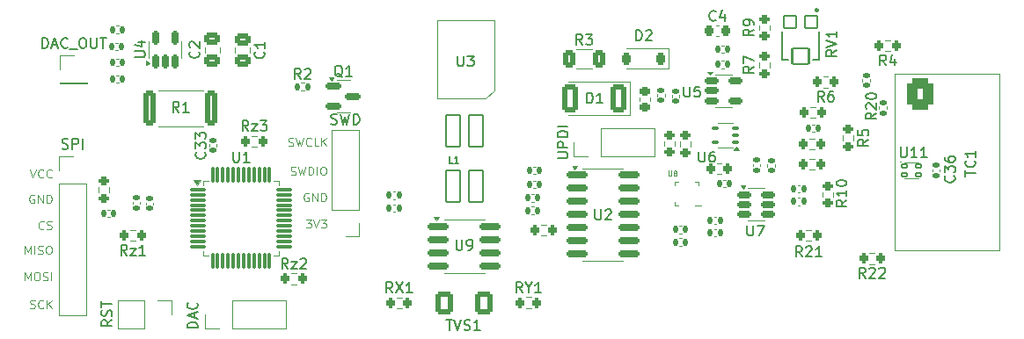
<source format=gbr>
%TF.GenerationSoftware,KiCad,Pcbnew,7.0.11+dfsg-1build4*%
%TF.CreationDate,2025-01-19T09:07:44-05:00*%
%TF.ProjectId,ThermocoupleBoard,54686572-6d6f-4636-9f75-706c65426f61,rev?*%
%TF.SameCoordinates,Original*%
%TF.FileFunction,Legend,Top*%
%TF.FilePolarity,Positive*%
%FSLAX46Y46*%
G04 Gerber Fmt 4.6, Leading zero omitted, Abs format (unit mm)*
G04 Created by KiCad (PCBNEW 7.0.11+dfsg-1build4) date 2025-01-19 09:07:44*
%MOMM*%
%LPD*%
G01*
G04 APERTURE LIST*
G04 Aperture macros list*
%AMRoundRect*
0 Rectangle with rounded corners*
0 $1 Rounding radius*
0 $2 $3 $4 $5 $6 $7 $8 $9 X,Y pos of 4 corners*
0 Add a 4 corners polygon primitive as box body*
4,1,4,$2,$3,$4,$5,$6,$7,$8,$9,$2,$3,0*
0 Add four circle primitives for the rounded corners*
1,1,$1+$1,$2,$3*
1,1,$1+$1,$4,$5*
1,1,$1+$1,$6,$7*
1,1,$1+$1,$8,$9*
0 Add four rect primitives between the rounded corners*
20,1,$1+$1,$2,$3,$4,$5,0*
20,1,$1+$1,$4,$5,$6,$7,0*
20,1,$1+$1,$6,$7,$8,$9,0*
20,1,$1+$1,$8,$9,$2,$3,0*%
G04 Aperture macros list end*
%ADD10C,0.125000*%
%ADD11C,0.150000*%
%ADD12C,0.100000*%
%ADD13C,0.120000*%
%ADD14C,0.127000*%
%ADD15C,0.240000*%
%ADD16R,1.700000X1.700000*%
%ADD17O,1.700000X1.700000*%
%ADD18RoundRect,0.140000X-0.140000X-0.170000X0.140000X-0.170000X0.140000X0.170000X-0.140000X0.170000X0*%
%ADD19RoundRect,0.140000X-0.170000X0.140000X-0.170000X-0.140000X0.170000X-0.140000X0.170000X0.140000X0*%
%ADD20RoundRect,0.102000X-0.600000X0.600000X-0.600000X-0.600000X0.600000X-0.600000X0.600000X0.600000X0*%
%ADD21RoundRect,0.102000X-0.800000X0.750000X-0.800000X-0.750000X0.800000X-0.750000X0.800000X0.750000X0*%
%ADD22RoundRect,0.200000X0.200000X0.275000X-0.200000X0.275000X-0.200000X-0.275000X0.200000X-0.275000X0*%
%ADD23RoundRect,0.500000X0.750000X-1.000000X0.750000X1.000000X-0.750000X1.000000X-0.750000X-1.000000X0*%
%ADD24O,2.500000X3.000000*%
%ADD25RoundRect,0.140000X0.140000X0.170000X-0.140000X0.170000X-0.140000X-0.170000X0.140000X-0.170000X0*%
%ADD26RoundRect,0.200000X-0.200000X-0.275000X0.200000X-0.275000X0.200000X0.275000X-0.200000X0.275000X0*%
%ADD27RoundRect,0.075000X-0.662500X-0.075000X0.662500X-0.075000X0.662500X0.075000X-0.662500X0.075000X0*%
%ADD28RoundRect,0.075000X-0.075000X-0.662500X0.075000X-0.662500X0.075000X0.662500X-0.075000X0.662500X0*%
%ADD29RoundRect,0.200000X0.275000X-0.200000X0.275000X0.200000X-0.275000X0.200000X-0.275000X-0.200000X0*%
%ADD30RoundRect,0.150000X-0.587500X-0.150000X0.587500X-0.150000X0.587500X0.150000X-0.587500X0.150000X0*%
%ADD31RoundRect,0.150000X-0.825000X-0.150000X0.825000X-0.150000X0.825000X0.150000X-0.825000X0.150000X0*%
%ADD32O,0.700000X0.200000*%
%ADD33O,0.200000X0.700000*%
%ADD34C,0.600000*%
%ADD35R,1.000000X1.000000*%
%ADD36RoundRect,0.200000X-0.275000X0.200000X-0.275000X-0.200000X0.275000X-0.200000X0.275000X0.200000X0*%
%ADD37RoundRect,0.150000X0.150000X-0.512500X0.150000X0.512500X-0.150000X0.512500X-0.150000X-0.512500X0*%
%ADD38RoundRect,0.250000X0.475000X-0.337500X0.475000X0.337500X-0.475000X0.337500X-0.475000X-0.337500X0*%
%ADD39RoundRect,0.150000X-0.512500X-0.150000X0.512500X-0.150000X0.512500X0.150000X-0.512500X0.150000X0*%
%ADD40RoundRect,0.100000X0.225000X0.100000X-0.225000X0.100000X-0.225000X-0.100000X0.225000X-0.100000X0*%
%ADD41RoundRect,0.135000X-0.135000X-0.185000X0.135000X-0.185000X0.135000X0.185000X-0.135000X0.185000X0*%
%ADD42RoundRect,0.102000X-0.250000X-0.150000X0.250000X-0.150000X0.250000X0.150000X-0.250000X0.150000X0*%
%ADD43RoundRect,0.250000X-0.625000X-0.840000X0.625000X-0.840000X0.625000X0.840000X-0.625000X0.840000X0*%
%ADD44RoundRect,0.250000X-0.312500X-0.625000X0.312500X-0.625000X0.312500X0.625000X-0.312500X0.625000X0*%
%ADD45RoundRect,0.225000X0.225000X0.375000X-0.225000X0.375000X-0.225000X-0.375000X0.225000X-0.375000X0*%
%ADD46R,3.000000X1.500000*%
%ADD47RoundRect,0.135000X-0.185000X0.135000X-0.185000X-0.135000X0.185000X-0.135000X0.185000X0.135000X0*%
%ADD48RoundRect,0.225000X-0.250000X0.225000X-0.250000X-0.225000X0.250000X-0.225000X0.250000X0.225000X0*%
%ADD49RoundRect,0.250000X-0.475000X0.337500X-0.475000X-0.337500X0.475000X-0.337500X0.475000X0.337500X0*%
%ADD50RoundRect,0.140000X0.170000X-0.140000X0.170000X0.140000X-0.170000X0.140000X-0.170000X-0.140000X0*%
%ADD51RoundRect,0.102000X-0.700000X-1.500000X0.700000X-1.500000X0.700000X1.500000X-0.700000X1.500000X0*%
%ADD52RoundRect,0.225000X0.225000X0.250000X-0.225000X0.250000X-0.225000X-0.250000X0.225000X-0.250000X0*%
%ADD53RoundRect,0.249999X0.512501X1.075001X-0.512501X1.075001X-0.512501X-1.075001X0.512501X-1.075001X0*%
%ADD54RoundRect,0.250000X-0.362500X-1.425000X0.362500X-1.425000X0.362500X1.425000X-0.362500X1.425000X0*%
G04 APERTURE END LIST*
D10*
X72511239Y-110855500D02*
X72625525Y-110893595D01*
X72625525Y-110893595D02*
X72816001Y-110893595D01*
X72816001Y-110893595D02*
X72892192Y-110855500D01*
X72892192Y-110855500D02*
X72930287Y-110817404D01*
X72930287Y-110817404D02*
X72968382Y-110741214D01*
X72968382Y-110741214D02*
X72968382Y-110665023D01*
X72968382Y-110665023D02*
X72930287Y-110588833D01*
X72930287Y-110588833D02*
X72892192Y-110550738D01*
X72892192Y-110550738D02*
X72816001Y-110512642D01*
X72816001Y-110512642D02*
X72663620Y-110474547D01*
X72663620Y-110474547D02*
X72587430Y-110436452D01*
X72587430Y-110436452D02*
X72549335Y-110398357D01*
X72549335Y-110398357D02*
X72511239Y-110322166D01*
X72511239Y-110322166D02*
X72511239Y-110245976D01*
X72511239Y-110245976D02*
X72549335Y-110169785D01*
X72549335Y-110169785D02*
X72587430Y-110131690D01*
X72587430Y-110131690D02*
X72663620Y-110093595D01*
X72663620Y-110093595D02*
X72854097Y-110093595D01*
X72854097Y-110093595D02*
X72968382Y-110131690D01*
X73768383Y-110817404D02*
X73730287Y-110855500D01*
X73730287Y-110855500D02*
X73616002Y-110893595D01*
X73616002Y-110893595D02*
X73539811Y-110893595D01*
X73539811Y-110893595D02*
X73425525Y-110855500D01*
X73425525Y-110855500D02*
X73349335Y-110779309D01*
X73349335Y-110779309D02*
X73311240Y-110703119D01*
X73311240Y-110703119D02*
X73273144Y-110550738D01*
X73273144Y-110550738D02*
X73273144Y-110436452D01*
X73273144Y-110436452D02*
X73311240Y-110284071D01*
X73311240Y-110284071D02*
X73349335Y-110207880D01*
X73349335Y-110207880D02*
X73425525Y-110131690D01*
X73425525Y-110131690D02*
X73539811Y-110093595D01*
X73539811Y-110093595D02*
X73616002Y-110093595D01*
X73616002Y-110093595D02*
X73730287Y-110131690D01*
X73730287Y-110131690D02*
X73768383Y-110169785D01*
X74111240Y-110893595D02*
X74111240Y-110093595D01*
X74568383Y-110893595D02*
X74225525Y-110436452D01*
X74568383Y-110093595D02*
X74111240Y-110550738D01*
X97593906Y-98028500D02*
X97708192Y-98066595D01*
X97708192Y-98066595D02*
X97898668Y-98066595D01*
X97898668Y-98066595D02*
X97974859Y-98028500D01*
X97974859Y-98028500D02*
X98012954Y-97990404D01*
X98012954Y-97990404D02*
X98051049Y-97914214D01*
X98051049Y-97914214D02*
X98051049Y-97838023D01*
X98051049Y-97838023D02*
X98012954Y-97761833D01*
X98012954Y-97761833D02*
X97974859Y-97723738D01*
X97974859Y-97723738D02*
X97898668Y-97685642D01*
X97898668Y-97685642D02*
X97746287Y-97647547D01*
X97746287Y-97647547D02*
X97670097Y-97609452D01*
X97670097Y-97609452D02*
X97632002Y-97571357D01*
X97632002Y-97571357D02*
X97593906Y-97495166D01*
X97593906Y-97495166D02*
X97593906Y-97418976D01*
X97593906Y-97418976D02*
X97632002Y-97342785D01*
X97632002Y-97342785D02*
X97670097Y-97304690D01*
X97670097Y-97304690D02*
X97746287Y-97266595D01*
X97746287Y-97266595D02*
X97936764Y-97266595D01*
X97936764Y-97266595D02*
X98051049Y-97304690D01*
X98317716Y-97266595D02*
X98508192Y-98066595D01*
X98508192Y-98066595D02*
X98660573Y-97495166D01*
X98660573Y-97495166D02*
X98812954Y-98066595D01*
X98812954Y-98066595D02*
X99003431Y-97266595D01*
X99308193Y-98066595D02*
X99308193Y-97266595D01*
X99308193Y-97266595D02*
X99498669Y-97266595D01*
X99498669Y-97266595D02*
X99612955Y-97304690D01*
X99612955Y-97304690D02*
X99689145Y-97380880D01*
X99689145Y-97380880D02*
X99727240Y-97457071D01*
X99727240Y-97457071D02*
X99765336Y-97609452D01*
X99765336Y-97609452D02*
X99765336Y-97723738D01*
X99765336Y-97723738D02*
X99727240Y-97876119D01*
X99727240Y-97876119D02*
X99689145Y-97952309D01*
X99689145Y-97952309D02*
X99612955Y-98028500D01*
X99612955Y-98028500D02*
X99498669Y-98066595D01*
X99498669Y-98066595D02*
X99308193Y-98066595D01*
X100108193Y-98066595D02*
X100108193Y-97266595D01*
X100641526Y-97266595D02*
X100793907Y-97266595D01*
X100793907Y-97266595D02*
X100870097Y-97304690D01*
X100870097Y-97304690D02*
X100946288Y-97380880D01*
X100946288Y-97380880D02*
X100984383Y-97533261D01*
X100984383Y-97533261D02*
X100984383Y-97799928D01*
X100984383Y-97799928D02*
X100946288Y-97952309D01*
X100946288Y-97952309D02*
X100870097Y-98028500D01*
X100870097Y-98028500D02*
X100793907Y-98066595D01*
X100793907Y-98066595D02*
X100641526Y-98066595D01*
X100641526Y-98066595D02*
X100565335Y-98028500D01*
X100565335Y-98028500D02*
X100489145Y-97952309D01*
X100489145Y-97952309D02*
X100451049Y-97799928D01*
X100451049Y-97799928D02*
X100451049Y-97533261D01*
X100451049Y-97533261D02*
X100489145Y-97380880D01*
X100489145Y-97380880D02*
X100565335Y-97304690D01*
X100565335Y-97304690D02*
X100641526Y-97266595D01*
X72016002Y-108226595D02*
X72016002Y-107426595D01*
X72016002Y-107426595D02*
X72282668Y-107998023D01*
X72282668Y-107998023D02*
X72549335Y-107426595D01*
X72549335Y-107426595D02*
X72549335Y-108226595D01*
X73082669Y-107426595D02*
X73235050Y-107426595D01*
X73235050Y-107426595D02*
X73311240Y-107464690D01*
X73311240Y-107464690D02*
X73387431Y-107540880D01*
X73387431Y-107540880D02*
X73425526Y-107693261D01*
X73425526Y-107693261D02*
X73425526Y-107959928D01*
X73425526Y-107959928D02*
X73387431Y-108112309D01*
X73387431Y-108112309D02*
X73311240Y-108188500D01*
X73311240Y-108188500D02*
X73235050Y-108226595D01*
X73235050Y-108226595D02*
X73082669Y-108226595D01*
X73082669Y-108226595D02*
X73006478Y-108188500D01*
X73006478Y-108188500D02*
X72930288Y-108112309D01*
X72930288Y-108112309D02*
X72892192Y-107959928D01*
X72892192Y-107959928D02*
X72892192Y-107693261D01*
X72892192Y-107693261D02*
X72930288Y-107540880D01*
X72930288Y-107540880D02*
X73006478Y-107464690D01*
X73006478Y-107464690D02*
X73082669Y-107426595D01*
X73730287Y-108188500D02*
X73844573Y-108226595D01*
X73844573Y-108226595D02*
X74035049Y-108226595D01*
X74035049Y-108226595D02*
X74111240Y-108188500D01*
X74111240Y-108188500D02*
X74149335Y-108150404D01*
X74149335Y-108150404D02*
X74187430Y-108074214D01*
X74187430Y-108074214D02*
X74187430Y-107998023D01*
X74187430Y-107998023D02*
X74149335Y-107921833D01*
X74149335Y-107921833D02*
X74111240Y-107883738D01*
X74111240Y-107883738D02*
X74035049Y-107845642D01*
X74035049Y-107845642D02*
X73882668Y-107807547D01*
X73882668Y-107807547D02*
X73806478Y-107769452D01*
X73806478Y-107769452D02*
X73768383Y-107731357D01*
X73768383Y-107731357D02*
X73730287Y-107655166D01*
X73730287Y-107655166D02*
X73730287Y-107578976D01*
X73730287Y-107578976D02*
X73768383Y-107502785D01*
X73768383Y-107502785D02*
X73806478Y-107464690D01*
X73806478Y-107464690D02*
X73882668Y-107426595D01*
X73882668Y-107426595D02*
X74073145Y-107426595D01*
X74073145Y-107426595D02*
X74187430Y-107464690D01*
X74530288Y-108226595D02*
X74530288Y-107426595D01*
X72016002Y-105686595D02*
X72016002Y-104886595D01*
X72016002Y-104886595D02*
X72282668Y-105458023D01*
X72282668Y-105458023D02*
X72549335Y-104886595D01*
X72549335Y-104886595D02*
X72549335Y-105686595D01*
X72930288Y-105686595D02*
X72930288Y-104886595D01*
X73273144Y-105648500D02*
X73387430Y-105686595D01*
X73387430Y-105686595D02*
X73577906Y-105686595D01*
X73577906Y-105686595D02*
X73654097Y-105648500D01*
X73654097Y-105648500D02*
X73692192Y-105610404D01*
X73692192Y-105610404D02*
X73730287Y-105534214D01*
X73730287Y-105534214D02*
X73730287Y-105458023D01*
X73730287Y-105458023D02*
X73692192Y-105381833D01*
X73692192Y-105381833D02*
X73654097Y-105343738D01*
X73654097Y-105343738D02*
X73577906Y-105305642D01*
X73577906Y-105305642D02*
X73425525Y-105267547D01*
X73425525Y-105267547D02*
X73349335Y-105229452D01*
X73349335Y-105229452D02*
X73311240Y-105191357D01*
X73311240Y-105191357D02*
X73273144Y-105115166D01*
X73273144Y-105115166D02*
X73273144Y-105038976D01*
X73273144Y-105038976D02*
X73311240Y-104962785D01*
X73311240Y-104962785D02*
X73349335Y-104924690D01*
X73349335Y-104924690D02*
X73425525Y-104886595D01*
X73425525Y-104886595D02*
X73616002Y-104886595D01*
X73616002Y-104886595D02*
X73730287Y-104924690D01*
X74225526Y-104886595D02*
X74377907Y-104886595D01*
X74377907Y-104886595D02*
X74454097Y-104924690D01*
X74454097Y-104924690D02*
X74530288Y-105000880D01*
X74530288Y-105000880D02*
X74568383Y-105153261D01*
X74568383Y-105153261D02*
X74568383Y-105419928D01*
X74568383Y-105419928D02*
X74530288Y-105572309D01*
X74530288Y-105572309D02*
X74454097Y-105648500D01*
X74454097Y-105648500D02*
X74377907Y-105686595D01*
X74377907Y-105686595D02*
X74225526Y-105686595D01*
X74225526Y-105686595D02*
X74149335Y-105648500D01*
X74149335Y-105648500D02*
X74073145Y-105572309D01*
X74073145Y-105572309D02*
X74035049Y-105419928D01*
X74035049Y-105419928D02*
X74035049Y-105153261D01*
X74035049Y-105153261D02*
X74073145Y-105000880D01*
X74073145Y-105000880D02*
X74149335Y-104924690D01*
X74149335Y-104924690D02*
X74225526Y-104886595D01*
X72892192Y-99971690D02*
X72816002Y-99933595D01*
X72816002Y-99933595D02*
X72701716Y-99933595D01*
X72701716Y-99933595D02*
X72587430Y-99971690D01*
X72587430Y-99971690D02*
X72511240Y-100047880D01*
X72511240Y-100047880D02*
X72473145Y-100124071D01*
X72473145Y-100124071D02*
X72435049Y-100276452D01*
X72435049Y-100276452D02*
X72435049Y-100390738D01*
X72435049Y-100390738D02*
X72473145Y-100543119D01*
X72473145Y-100543119D02*
X72511240Y-100619309D01*
X72511240Y-100619309D02*
X72587430Y-100695500D01*
X72587430Y-100695500D02*
X72701716Y-100733595D01*
X72701716Y-100733595D02*
X72777907Y-100733595D01*
X72777907Y-100733595D02*
X72892192Y-100695500D01*
X72892192Y-100695500D02*
X72930288Y-100657404D01*
X72930288Y-100657404D02*
X72930288Y-100390738D01*
X72930288Y-100390738D02*
X72777907Y-100390738D01*
X73273145Y-100733595D02*
X73273145Y-99933595D01*
X73273145Y-99933595D02*
X73730288Y-100733595D01*
X73730288Y-100733595D02*
X73730288Y-99933595D01*
X74111240Y-100733595D02*
X74111240Y-99933595D01*
X74111240Y-99933595D02*
X74301716Y-99933595D01*
X74301716Y-99933595D02*
X74416002Y-99971690D01*
X74416002Y-99971690D02*
X74492192Y-100047880D01*
X74492192Y-100047880D02*
X74530287Y-100124071D01*
X74530287Y-100124071D02*
X74568383Y-100276452D01*
X74568383Y-100276452D02*
X74568383Y-100390738D01*
X74568383Y-100390738D02*
X74530287Y-100543119D01*
X74530287Y-100543119D02*
X74492192Y-100619309D01*
X74492192Y-100619309D02*
X74416002Y-100695500D01*
X74416002Y-100695500D02*
X74301716Y-100733595D01*
X74301716Y-100733595D02*
X74111240Y-100733595D01*
X72511240Y-97520595D02*
X72777907Y-98320595D01*
X72777907Y-98320595D02*
X73044573Y-97520595D01*
X73768383Y-98244404D02*
X73730287Y-98282500D01*
X73730287Y-98282500D02*
X73616002Y-98320595D01*
X73616002Y-98320595D02*
X73539811Y-98320595D01*
X73539811Y-98320595D02*
X73425525Y-98282500D01*
X73425525Y-98282500D02*
X73349335Y-98206309D01*
X73349335Y-98206309D02*
X73311240Y-98130119D01*
X73311240Y-98130119D02*
X73273144Y-97977738D01*
X73273144Y-97977738D02*
X73273144Y-97863452D01*
X73273144Y-97863452D02*
X73311240Y-97711071D01*
X73311240Y-97711071D02*
X73349335Y-97634880D01*
X73349335Y-97634880D02*
X73425525Y-97558690D01*
X73425525Y-97558690D02*
X73539811Y-97520595D01*
X73539811Y-97520595D02*
X73616002Y-97520595D01*
X73616002Y-97520595D02*
X73730287Y-97558690D01*
X73730287Y-97558690D02*
X73768383Y-97596785D01*
X74568383Y-98244404D02*
X74530287Y-98282500D01*
X74530287Y-98282500D02*
X74416002Y-98320595D01*
X74416002Y-98320595D02*
X74339811Y-98320595D01*
X74339811Y-98320595D02*
X74225525Y-98282500D01*
X74225525Y-98282500D02*
X74149335Y-98206309D01*
X74149335Y-98206309D02*
X74111240Y-98130119D01*
X74111240Y-98130119D02*
X74073144Y-97977738D01*
X74073144Y-97977738D02*
X74073144Y-97863452D01*
X74073144Y-97863452D02*
X74111240Y-97711071D01*
X74111240Y-97711071D02*
X74149335Y-97634880D01*
X74149335Y-97634880D02*
X74225525Y-97558690D01*
X74225525Y-97558690D02*
X74339811Y-97520595D01*
X74339811Y-97520595D02*
X74416002Y-97520595D01*
X74416002Y-97520595D02*
X74530287Y-97558690D01*
X74530287Y-97558690D02*
X74568383Y-97596785D01*
X97365334Y-95234500D02*
X97479620Y-95272595D01*
X97479620Y-95272595D02*
X97670096Y-95272595D01*
X97670096Y-95272595D02*
X97746287Y-95234500D01*
X97746287Y-95234500D02*
X97784382Y-95196404D01*
X97784382Y-95196404D02*
X97822477Y-95120214D01*
X97822477Y-95120214D02*
X97822477Y-95044023D01*
X97822477Y-95044023D02*
X97784382Y-94967833D01*
X97784382Y-94967833D02*
X97746287Y-94929738D01*
X97746287Y-94929738D02*
X97670096Y-94891642D01*
X97670096Y-94891642D02*
X97517715Y-94853547D01*
X97517715Y-94853547D02*
X97441525Y-94815452D01*
X97441525Y-94815452D02*
X97403430Y-94777357D01*
X97403430Y-94777357D02*
X97365334Y-94701166D01*
X97365334Y-94701166D02*
X97365334Y-94624976D01*
X97365334Y-94624976D02*
X97403430Y-94548785D01*
X97403430Y-94548785D02*
X97441525Y-94510690D01*
X97441525Y-94510690D02*
X97517715Y-94472595D01*
X97517715Y-94472595D02*
X97708192Y-94472595D01*
X97708192Y-94472595D02*
X97822477Y-94510690D01*
X98089144Y-94472595D02*
X98279620Y-95272595D01*
X98279620Y-95272595D02*
X98432001Y-94701166D01*
X98432001Y-94701166D02*
X98584382Y-95272595D01*
X98584382Y-95272595D02*
X98774859Y-94472595D01*
X99536764Y-95196404D02*
X99498668Y-95234500D01*
X99498668Y-95234500D02*
X99384383Y-95272595D01*
X99384383Y-95272595D02*
X99308192Y-95272595D01*
X99308192Y-95272595D02*
X99193906Y-95234500D01*
X99193906Y-95234500D02*
X99117716Y-95158309D01*
X99117716Y-95158309D02*
X99079621Y-95082119D01*
X99079621Y-95082119D02*
X99041525Y-94929738D01*
X99041525Y-94929738D02*
X99041525Y-94815452D01*
X99041525Y-94815452D02*
X99079621Y-94663071D01*
X99079621Y-94663071D02*
X99117716Y-94586880D01*
X99117716Y-94586880D02*
X99193906Y-94510690D01*
X99193906Y-94510690D02*
X99308192Y-94472595D01*
X99308192Y-94472595D02*
X99384383Y-94472595D01*
X99384383Y-94472595D02*
X99498668Y-94510690D01*
X99498668Y-94510690D02*
X99536764Y-94548785D01*
X100260573Y-95272595D02*
X99879621Y-95272595D01*
X99879621Y-95272595D02*
X99879621Y-94472595D01*
X100527240Y-95272595D02*
X100527240Y-94472595D01*
X100984383Y-95272595D02*
X100641525Y-94815452D01*
X100984383Y-94472595D02*
X100527240Y-94929738D01*
X73806478Y-103197404D02*
X73768382Y-103235500D01*
X73768382Y-103235500D02*
X73654097Y-103273595D01*
X73654097Y-103273595D02*
X73577906Y-103273595D01*
X73577906Y-103273595D02*
X73463620Y-103235500D01*
X73463620Y-103235500D02*
X73387430Y-103159309D01*
X73387430Y-103159309D02*
X73349335Y-103083119D01*
X73349335Y-103083119D02*
X73311239Y-102930738D01*
X73311239Y-102930738D02*
X73311239Y-102816452D01*
X73311239Y-102816452D02*
X73349335Y-102664071D01*
X73349335Y-102664071D02*
X73387430Y-102587880D01*
X73387430Y-102587880D02*
X73463620Y-102511690D01*
X73463620Y-102511690D02*
X73577906Y-102473595D01*
X73577906Y-102473595D02*
X73654097Y-102473595D01*
X73654097Y-102473595D02*
X73768382Y-102511690D01*
X73768382Y-102511690D02*
X73806478Y-102549785D01*
X74111239Y-103235500D02*
X74225525Y-103273595D01*
X74225525Y-103273595D02*
X74416001Y-103273595D01*
X74416001Y-103273595D02*
X74492192Y-103235500D01*
X74492192Y-103235500D02*
X74530287Y-103197404D01*
X74530287Y-103197404D02*
X74568382Y-103121214D01*
X74568382Y-103121214D02*
X74568382Y-103045023D01*
X74568382Y-103045023D02*
X74530287Y-102968833D01*
X74530287Y-102968833D02*
X74492192Y-102930738D01*
X74492192Y-102930738D02*
X74416001Y-102892642D01*
X74416001Y-102892642D02*
X74263620Y-102854547D01*
X74263620Y-102854547D02*
X74187430Y-102816452D01*
X74187430Y-102816452D02*
X74149335Y-102778357D01*
X74149335Y-102778357D02*
X74111239Y-102702166D01*
X74111239Y-102702166D02*
X74111239Y-102625976D01*
X74111239Y-102625976D02*
X74149335Y-102549785D01*
X74149335Y-102549785D02*
X74187430Y-102511690D01*
X74187430Y-102511690D02*
X74263620Y-102473595D01*
X74263620Y-102473595D02*
X74454097Y-102473595D01*
X74454097Y-102473595D02*
X74568382Y-102511690D01*
X99308192Y-99844690D02*
X99232002Y-99806595D01*
X99232002Y-99806595D02*
X99117716Y-99806595D01*
X99117716Y-99806595D02*
X99003430Y-99844690D01*
X99003430Y-99844690D02*
X98927240Y-99920880D01*
X98927240Y-99920880D02*
X98889145Y-99997071D01*
X98889145Y-99997071D02*
X98851049Y-100149452D01*
X98851049Y-100149452D02*
X98851049Y-100263738D01*
X98851049Y-100263738D02*
X98889145Y-100416119D01*
X98889145Y-100416119D02*
X98927240Y-100492309D01*
X98927240Y-100492309D02*
X99003430Y-100568500D01*
X99003430Y-100568500D02*
X99117716Y-100606595D01*
X99117716Y-100606595D02*
X99193907Y-100606595D01*
X99193907Y-100606595D02*
X99308192Y-100568500D01*
X99308192Y-100568500D02*
X99346288Y-100530404D01*
X99346288Y-100530404D02*
X99346288Y-100263738D01*
X99346288Y-100263738D02*
X99193907Y-100263738D01*
X99689145Y-100606595D02*
X99689145Y-99806595D01*
X99689145Y-99806595D02*
X100146288Y-100606595D01*
X100146288Y-100606595D02*
X100146288Y-99806595D01*
X100527240Y-100606595D02*
X100527240Y-99806595D01*
X100527240Y-99806595D02*
X100717716Y-99806595D01*
X100717716Y-99806595D02*
X100832002Y-99844690D01*
X100832002Y-99844690D02*
X100908192Y-99920880D01*
X100908192Y-99920880D02*
X100946287Y-99997071D01*
X100946287Y-99997071D02*
X100984383Y-100149452D01*
X100984383Y-100149452D02*
X100984383Y-100263738D01*
X100984383Y-100263738D02*
X100946287Y-100416119D01*
X100946287Y-100416119D02*
X100908192Y-100492309D01*
X100908192Y-100492309D02*
X100832002Y-100568500D01*
X100832002Y-100568500D02*
X100717716Y-100606595D01*
X100717716Y-100606595D02*
X100527240Y-100606595D01*
X99041525Y-102346595D02*
X99536763Y-102346595D01*
X99536763Y-102346595D02*
X99270097Y-102651357D01*
X99270097Y-102651357D02*
X99384382Y-102651357D01*
X99384382Y-102651357D02*
X99460573Y-102689452D01*
X99460573Y-102689452D02*
X99498668Y-102727547D01*
X99498668Y-102727547D02*
X99536763Y-102803738D01*
X99536763Y-102803738D02*
X99536763Y-102994214D01*
X99536763Y-102994214D02*
X99498668Y-103070404D01*
X99498668Y-103070404D02*
X99460573Y-103108500D01*
X99460573Y-103108500D02*
X99384382Y-103146595D01*
X99384382Y-103146595D02*
X99155811Y-103146595D01*
X99155811Y-103146595D02*
X99079620Y-103108500D01*
X99079620Y-103108500D02*
X99041525Y-103070404D01*
X99765335Y-102346595D02*
X100032002Y-103146595D01*
X100032002Y-103146595D02*
X100298668Y-102346595D01*
X100489144Y-102346595D02*
X100984382Y-102346595D01*
X100984382Y-102346595D02*
X100717716Y-102651357D01*
X100717716Y-102651357D02*
X100832001Y-102651357D01*
X100832001Y-102651357D02*
X100908192Y-102689452D01*
X100908192Y-102689452D02*
X100946287Y-102727547D01*
X100946287Y-102727547D02*
X100984382Y-102803738D01*
X100984382Y-102803738D02*
X100984382Y-102994214D01*
X100984382Y-102994214D02*
X100946287Y-103070404D01*
X100946287Y-103070404D02*
X100908192Y-103108500D01*
X100908192Y-103108500D02*
X100832001Y-103146595D01*
X100832001Y-103146595D02*
X100603430Y-103146595D01*
X100603430Y-103146595D02*
X100527239Y-103108500D01*
X100527239Y-103108500D02*
X100489144Y-103070404D01*
D11*
X123243819Y-96426808D02*
X124053342Y-96426808D01*
X124053342Y-96426808D02*
X124148580Y-96379189D01*
X124148580Y-96379189D02*
X124196200Y-96331570D01*
X124196200Y-96331570D02*
X124243819Y-96236332D01*
X124243819Y-96236332D02*
X124243819Y-96045856D01*
X124243819Y-96045856D02*
X124196200Y-95950618D01*
X124196200Y-95950618D02*
X124148580Y-95902999D01*
X124148580Y-95902999D02*
X124053342Y-95855380D01*
X124053342Y-95855380D02*
X123243819Y-95855380D01*
X124243819Y-95379189D02*
X123243819Y-95379189D01*
X123243819Y-95379189D02*
X123243819Y-94998237D01*
X123243819Y-94998237D02*
X123291438Y-94902999D01*
X123291438Y-94902999D02*
X123339057Y-94855380D01*
X123339057Y-94855380D02*
X123434295Y-94807761D01*
X123434295Y-94807761D02*
X123577152Y-94807761D01*
X123577152Y-94807761D02*
X123672390Y-94855380D01*
X123672390Y-94855380D02*
X123720009Y-94902999D01*
X123720009Y-94902999D02*
X123767628Y-94998237D01*
X123767628Y-94998237D02*
X123767628Y-95379189D01*
X124243819Y-94379189D02*
X123243819Y-94379189D01*
X123243819Y-94379189D02*
X123243819Y-94141094D01*
X123243819Y-94141094D02*
X123291438Y-93998237D01*
X123291438Y-93998237D02*
X123386676Y-93902999D01*
X123386676Y-93902999D02*
X123481914Y-93855380D01*
X123481914Y-93855380D02*
X123672390Y-93807761D01*
X123672390Y-93807761D02*
X123815247Y-93807761D01*
X123815247Y-93807761D02*
X124005723Y-93855380D01*
X124005723Y-93855380D02*
X124100961Y-93902999D01*
X124100961Y-93902999D02*
X124196200Y-93998237D01*
X124196200Y-93998237D02*
X124243819Y-94141094D01*
X124243819Y-94141094D02*
X124243819Y-94379189D01*
X124243819Y-93379189D02*
X123243819Y-93379189D01*
X150123030Y-85994650D02*
X149646761Y-86328038D01*
X150123030Y-86566173D02*
X149122865Y-86566173D01*
X149122865Y-86566173D02*
X149122865Y-86185158D01*
X149122865Y-86185158D02*
X149170492Y-86089904D01*
X149170492Y-86089904D02*
X149218119Y-86042277D01*
X149218119Y-86042277D02*
X149313373Y-85994650D01*
X149313373Y-85994650D02*
X149456254Y-85994650D01*
X149456254Y-85994650D02*
X149551508Y-86042277D01*
X149551508Y-86042277D02*
X149599134Y-86089904D01*
X149599134Y-86089904D02*
X149646761Y-86185158D01*
X149646761Y-86185158D02*
X149646761Y-86566173D01*
X149122865Y-85708889D02*
X150123030Y-85375500D01*
X150123030Y-85375500D02*
X149122865Y-85042112D01*
X150123030Y-84184828D02*
X150123030Y-84756351D01*
X150123030Y-84470589D02*
X149122865Y-84470589D01*
X149122865Y-84470589D02*
X149265746Y-84565843D01*
X149265746Y-84565843D02*
X149361000Y-84661097D01*
X149361000Y-84661097D02*
X149408627Y-84756351D01*
X93516571Y-93782819D02*
X93183238Y-93306628D01*
X92945143Y-93782819D02*
X92945143Y-92782819D01*
X92945143Y-92782819D02*
X93326095Y-92782819D01*
X93326095Y-92782819D02*
X93421333Y-92830438D01*
X93421333Y-92830438D02*
X93468952Y-92878057D01*
X93468952Y-92878057D02*
X93516571Y-92973295D01*
X93516571Y-92973295D02*
X93516571Y-93116152D01*
X93516571Y-93116152D02*
X93468952Y-93211390D01*
X93468952Y-93211390D02*
X93421333Y-93259009D01*
X93421333Y-93259009D02*
X93326095Y-93306628D01*
X93326095Y-93306628D02*
X92945143Y-93306628D01*
X93849905Y-93116152D02*
X94373714Y-93116152D01*
X94373714Y-93116152D02*
X93849905Y-93782819D01*
X93849905Y-93782819D02*
X94373714Y-93782819D01*
X94659429Y-92782819D02*
X95278476Y-92782819D01*
X95278476Y-92782819D02*
X94945143Y-93163771D01*
X94945143Y-93163771D02*
X95088000Y-93163771D01*
X95088000Y-93163771D02*
X95183238Y-93211390D01*
X95183238Y-93211390D02*
X95230857Y-93259009D01*
X95230857Y-93259009D02*
X95278476Y-93354247D01*
X95278476Y-93354247D02*
X95278476Y-93592342D01*
X95278476Y-93592342D02*
X95230857Y-93687580D01*
X95230857Y-93687580D02*
X95183238Y-93735200D01*
X95183238Y-93735200D02*
X95088000Y-93782819D01*
X95088000Y-93782819D02*
X94802286Y-93782819D01*
X94802286Y-93782819D02*
X94707048Y-93735200D01*
X94707048Y-93735200D02*
X94659429Y-93687580D01*
X73677000Y-85820819D02*
X73677000Y-84820819D01*
X73677000Y-84820819D02*
X73915095Y-84820819D01*
X73915095Y-84820819D02*
X74057952Y-84868438D01*
X74057952Y-84868438D02*
X74153190Y-84963676D01*
X74153190Y-84963676D02*
X74200809Y-85058914D01*
X74200809Y-85058914D02*
X74248428Y-85249390D01*
X74248428Y-85249390D02*
X74248428Y-85392247D01*
X74248428Y-85392247D02*
X74200809Y-85582723D01*
X74200809Y-85582723D02*
X74153190Y-85677961D01*
X74153190Y-85677961D02*
X74057952Y-85773200D01*
X74057952Y-85773200D02*
X73915095Y-85820819D01*
X73915095Y-85820819D02*
X73677000Y-85820819D01*
X74629381Y-85535104D02*
X75105571Y-85535104D01*
X74534143Y-85820819D02*
X74867476Y-84820819D01*
X74867476Y-84820819D02*
X75200809Y-85820819D01*
X76105571Y-85725580D02*
X76057952Y-85773200D01*
X76057952Y-85773200D02*
X75915095Y-85820819D01*
X75915095Y-85820819D02*
X75819857Y-85820819D01*
X75819857Y-85820819D02*
X75677000Y-85773200D01*
X75677000Y-85773200D02*
X75581762Y-85677961D01*
X75581762Y-85677961D02*
X75534143Y-85582723D01*
X75534143Y-85582723D02*
X75486524Y-85392247D01*
X75486524Y-85392247D02*
X75486524Y-85249390D01*
X75486524Y-85249390D02*
X75534143Y-85058914D01*
X75534143Y-85058914D02*
X75581762Y-84963676D01*
X75581762Y-84963676D02*
X75677000Y-84868438D01*
X75677000Y-84868438D02*
X75819857Y-84820819D01*
X75819857Y-84820819D02*
X75915095Y-84820819D01*
X75915095Y-84820819D02*
X76057952Y-84868438D01*
X76057952Y-84868438D02*
X76105571Y-84916057D01*
X76296048Y-85916057D02*
X77057952Y-85916057D01*
X77486524Y-84820819D02*
X77677000Y-84820819D01*
X77677000Y-84820819D02*
X77772238Y-84868438D01*
X77772238Y-84868438D02*
X77867476Y-84963676D01*
X77867476Y-84963676D02*
X77915095Y-85154152D01*
X77915095Y-85154152D02*
X77915095Y-85487485D01*
X77915095Y-85487485D02*
X77867476Y-85677961D01*
X77867476Y-85677961D02*
X77772238Y-85773200D01*
X77772238Y-85773200D02*
X77677000Y-85820819D01*
X77677000Y-85820819D02*
X77486524Y-85820819D01*
X77486524Y-85820819D02*
X77391286Y-85773200D01*
X77391286Y-85773200D02*
X77296048Y-85677961D01*
X77296048Y-85677961D02*
X77248429Y-85487485D01*
X77248429Y-85487485D02*
X77248429Y-85154152D01*
X77248429Y-85154152D02*
X77296048Y-84963676D01*
X77296048Y-84963676D02*
X77391286Y-84868438D01*
X77391286Y-84868438D02*
X77486524Y-84820819D01*
X78343667Y-84820819D02*
X78343667Y-85630342D01*
X78343667Y-85630342D02*
X78391286Y-85725580D01*
X78391286Y-85725580D02*
X78438905Y-85773200D01*
X78438905Y-85773200D02*
X78534143Y-85820819D01*
X78534143Y-85820819D02*
X78724619Y-85820819D01*
X78724619Y-85820819D02*
X78819857Y-85773200D01*
X78819857Y-85773200D02*
X78867476Y-85725580D01*
X78867476Y-85725580D02*
X78915095Y-85630342D01*
X78915095Y-85630342D02*
X78915095Y-84820819D01*
X79248429Y-84820819D02*
X79819857Y-84820819D01*
X79534143Y-85820819D02*
X79534143Y-84820819D01*
X162486819Y-98158904D02*
X162486819Y-97587476D01*
X163486819Y-97873190D02*
X162486819Y-97873190D01*
X163391580Y-96682714D02*
X163439200Y-96730333D01*
X163439200Y-96730333D02*
X163486819Y-96873190D01*
X163486819Y-96873190D02*
X163486819Y-96968428D01*
X163486819Y-96968428D02*
X163439200Y-97111285D01*
X163439200Y-97111285D02*
X163343961Y-97206523D01*
X163343961Y-97206523D02*
X163248723Y-97254142D01*
X163248723Y-97254142D02*
X163058247Y-97301761D01*
X163058247Y-97301761D02*
X162915390Y-97301761D01*
X162915390Y-97301761D02*
X162724914Y-97254142D01*
X162724914Y-97254142D02*
X162629676Y-97206523D01*
X162629676Y-97206523D02*
X162534438Y-97111285D01*
X162534438Y-97111285D02*
X162486819Y-96968428D01*
X162486819Y-96968428D02*
X162486819Y-96873190D01*
X162486819Y-96873190D02*
X162534438Y-96730333D01*
X162534438Y-96730333D02*
X162582057Y-96682714D01*
X163486819Y-95730333D02*
X163486819Y-96301761D01*
X163486819Y-96016047D02*
X162486819Y-96016047D01*
X162486819Y-96016047D02*
X162629676Y-96111285D01*
X162629676Y-96111285D02*
X162724914Y-96206523D01*
X162724914Y-96206523D02*
X162772533Y-96301761D01*
X92043095Y-95807819D02*
X92043095Y-96617342D01*
X92043095Y-96617342D02*
X92090714Y-96712580D01*
X92090714Y-96712580D02*
X92138333Y-96760200D01*
X92138333Y-96760200D02*
X92233571Y-96807819D01*
X92233571Y-96807819D02*
X92424047Y-96807819D01*
X92424047Y-96807819D02*
X92519285Y-96760200D01*
X92519285Y-96760200D02*
X92566904Y-96712580D01*
X92566904Y-96712580D02*
X92614523Y-96617342D01*
X92614523Y-96617342D02*
X92614523Y-95807819D01*
X93614523Y-96807819D02*
X93043095Y-96807819D01*
X93328809Y-96807819D02*
X93328809Y-95807819D01*
X93328809Y-95807819D02*
X93233571Y-95950676D01*
X93233571Y-95950676D02*
X93138333Y-96045914D01*
X93138333Y-96045914D02*
X93043095Y-96093533D01*
X102560761Y-88604057D02*
X102465523Y-88556438D01*
X102465523Y-88556438D02*
X102370285Y-88461200D01*
X102370285Y-88461200D02*
X102227428Y-88318342D01*
X102227428Y-88318342D02*
X102132190Y-88270723D01*
X102132190Y-88270723D02*
X102036952Y-88270723D01*
X102084571Y-88508819D02*
X101989333Y-88461200D01*
X101989333Y-88461200D02*
X101894095Y-88365961D01*
X101894095Y-88365961D02*
X101846476Y-88175485D01*
X101846476Y-88175485D02*
X101846476Y-87842152D01*
X101846476Y-87842152D02*
X101894095Y-87651676D01*
X101894095Y-87651676D02*
X101989333Y-87556438D01*
X101989333Y-87556438D02*
X102084571Y-87508819D01*
X102084571Y-87508819D02*
X102275047Y-87508819D01*
X102275047Y-87508819D02*
X102370285Y-87556438D01*
X102370285Y-87556438D02*
X102465523Y-87651676D01*
X102465523Y-87651676D02*
X102513142Y-87842152D01*
X102513142Y-87842152D02*
X102513142Y-88175485D01*
X102513142Y-88175485D02*
X102465523Y-88365961D01*
X102465523Y-88365961D02*
X102370285Y-88461200D01*
X102370285Y-88461200D02*
X102275047Y-88508819D01*
X102275047Y-88508819D02*
X102084571Y-88508819D01*
X103465523Y-88508819D02*
X102894095Y-88508819D01*
X103179809Y-88508819D02*
X103179809Y-87508819D01*
X103179809Y-87508819D02*
X103084571Y-87651676D01*
X103084571Y-87651676D02*
X102989333Y-87746914D01*
X102989333Y-87746914D02*
X102894095Y-87794533D01*
X126873095Y-101362819D02*
X126873095Y-102172342D01*
X126873095Y-102172342D02*
X126920714Y-102267580D01*
X126920714Y-102267580D02*
X126968333Y-102315200D01*
X126968333Y-102315200D02*
X127063571Y-102362819D01*
X127063571Y-102362819D02*
X127254047Y-102362819D01*
X127254047Y-102362819D02*
X127349285Y-102315200D01*
X127349285Y-102315200D02*
X127396904Y-102267580D01*
X127396904Y-102267580D02*
X127444523Y-102172342D01*
X127444523Y-102172342D02*
X127444523Y-101362819D01*
X127873095Y-101458057D02*
X127920714Y-101410438D01*
X127920714Y-101410438D02*
X128015952Y-101362819D01*
X128015952Y-101362819D02*
X128254047Y-101362819D01*
X128254047Y-101362819D02*
X128349285Y-101410438D01*
X128349285Y-101410438D02*
X128396904Y-101458057D01*
X128396904Y-101458057D02*
X128444523Y-101553295D01*
X128444523Y-101553295D02*
X128444523Y-101648533D01*
X128444523Y-101648533D02*
X128396904Y-101791390D01*
X128396904Y-101791390D02*
X127825476Y-102362819D01*
X127825476Y-102362819D02*
X128444523Y-102362819D01*
D12*
X133924047Y-97626109D02*
X133924047Y-98030871D01*
X133924047Y-98030871D02*
X133947857Y-98078490D01*
X133947857Y-98078490D02*
X133971666Y-98102300D01*
X133971666Y-98102300D02*
X134019285Y-98126109D01*
X134019285Y-98126109D02*
X134114523Y-98126109D01*
X134114523Y-98126109D02*
X134162142Y-98102300D01*
X134162142Y-98102300D02*
X134185952Y-98078490D01*
X134185952Y-98078490D02*
X134209761Y-98030871D01*
X134209761Y-98030871D02*
X134209761Y-97626109D01*
X134519286Y-97840395D02*
X134471667Y-97816585D01*
X134471667Y-97816585D02*
X134447857Y-97792776D01*
X134447857Y-97792776D02*
X134424048Y-97745157D01*
X134424048Y-97745157D02*
X134424048Y-97721347D01*
X134424048Y-97721347D02*
X134447857Y-97673728D01*
X134447857Y-97673728D02*
X134471667Y-97649919D01*
X134471667Y-97649919D02*
X134519286Y-97626109D01*
X134519286Y-97626109D02*
X134614524Y-97626109D01*
X134614524Y-97626109D02*
X134662143Y-97649919D01*
X134662143Y-97649919D02*
X134685952Y-97673728D01*
X134685952Y-97673728D02*
X134709762Y-97721347D01*
X134709762Y-97721347D02*
X134709762Y-97745157D01*
X134709762Y-97745157D02*
X134685952Y-97792776D01*
X134685952Y-97792776D02*
X134662143Y-97816585D01*
X134662143Y-97816585D02*
X134614524Y-97840395D01*
X134614524Y-97840395D02*
X134519286Y-97840395D01*
X134519286Y-97840395D02*
X134471667Y-97864204D01*
X134471667Y-97864204D02*
X134447857Y-97888014D01*
X134447857Y-97888014D02*
X134424048Y-97935633D01*
X134424048Y-97935633D02*
X134424048Y-98030871D01*
X134424048Y-98030871D02*
X134447857Y-98078490D01*
X134447857Y-98078490D02*
X134471667Y-98102300D01*
X134471667Y-98102300D02*
X134519286Y-98126109D01*
X134519286Y-98126109D02*
X134614524Y-98126109D01*
X134614524Y-98126109D02*
X134662143Y-98102300D01*
X134662143Y-98102300D02*
X134685952Y-98078490D01*
X134685952Y-98078490D02*
X134709762Y-98030871D01*
X134709762Y-98030871D02*
X134709762Y-97935633D01*
X134709762Y-97935633D02*
X134685952Y-97888014D01*
X134685952Y-97888014D02*
X134662143Y-97864204D01*
X134662143Y-97864204D02*
X134614524Y-97840395D01*
D11*
X152892142Y-107985819D02*
X152558809Y-107509628D01*
X152320714Y-107985819D02*
X152320714Y-106985819D01*
X152320714Y-106985819D02*
X152701666Y-106985819D01*
X152701666Y-106985819D02*
X152796904Y-107033438D01*
X152796904Y-107033438D02*
X152844523Y-107081057D01*
X152844523Y-107081057D02*
X152892142Y-107176295D01*
X152892142Y-107176295D02*
X152892142Y-107319152D01*
X152892142Y-107319152D02*
X152844523Y-107414390D01*
X152844523Y-107414390D02*
X152796904Y-107462009D01*
X152796904Y-107462009D02*
X152701666Y-107509628D01*
X152701666Y-107509628D02*
X152320714Y-107509628D01*
X153273095Y-107081057D02*
X153320714Y-107033438D01*
X153320714Y-107033438D02*
X153415952Y-106985819D01*
X153415952Y-106985819D02*
X153654047Y-106985819D01*
X153654047Y-106985819D02*
X153749285Y-107033438D01*
X153749285Y-107033438D02*
X153796904Y-107081057D01*
X153796904Y-107081057D02*
X153844523Y-107176295D01*
X153844523Y-107176295D02*
X153844523Y-107271533D01*
X153844523Y-107271533D02*
X153796904Y-107414390D01*
X153796904Y-107414390D02*
X153225476Y-107985819D01*
X153225476Y-107985819D02*
X153844523Y-107985819D01*
X154225476Y-107081057D02*
X154273095Y-107033438D01*
X154273095Y-107033438D02*
X154368333Y-106985819D01*
X154368333Y-106985819D02*
X154606428Y-106985819D01*
X154606428Y-106985819D02*
X154701666Y-107033438D01*
X154701666Y-107033438D02*
X154749285Y-107081057D01*
X154749285Y-107081057D02*
X154796904Y-107176295D01*
X154796904Y-107176295D02*
X154796904Y-107271533D01*
X154796904Y-107271533D02*
X154749285Y-107414390D01*
X154749285Y-107414390D02*
X154177857Y-107985819D01*
X154177857Y-107985819D02*
X154796904Y-107985819D01*
X82568819Y-86695904D02*
X83378342Y-86695904D01*
X83378342Y-86695904D02*
X83473580Y-86648285D01*
X83473580Y-86648285D02*
X83521200Y-86600666D01*
X83521200Y-86600666D02*
X83568819Y-86505428D01*
X83568819Y-86505428D02*
X83568819Y-86314952D01*
X83568819Y-86314952D02*
X83521200Y-86219714D01*
X83521200Y-86219714D02*
X83473580Y-86172095D01*
X83473580Y-86172095D02*
X83378342Y-86124476D01*
X83378342Y-86124476D02*
X82568819Y-86124476D01*
X82902152Y-85219714D02*
X83568819Y-85219714D01*
X82521200Y-85457809D02*
X83235485Y-85695904D01*
X83235485Y-85695904D02*
X83235485Y-85076857D01*
X107376142Y-109389819D02*
X107042809Y-108913628D01*
X106804714Y-109389819D02*
X106804714Y-108389819D01*
X106804714Y-108389819D02*
X107185666Y-108389819D01*
X107185666Y-108389819D02*
X107280904Y-108437438D01*
X107280904Y-108437438D02*
X107328523Y-108485057D01*
X107328523Y-108485057D02*
X107376142Y-108580295D01*
X107376142Y-108580295D02*
X107376142Y-108723152D01*
X107376142Y-108723152D02*
X107328523Y-108818390D01*
X107328523Y-108818390D02*
X107280904Y-108866009D01*
X107280904Y-108866009D02*
X107185666Y-108913628D01*
X107185666Y-108913628D02*
X106804714Y-108913628D01*
X107709476Y-108389819D02*
X108376142Y-109389819D01*
X108376142Y-108389819D02*
X107709476Y-109389819D01*
X109280904Y-109389819D02*
X108709476Y-109389819D01*
X108995190Y-109389819D02*
X108995190Y-108389819D01*
X108995190Y-108389819D02*
X108899952Y-108532676D01*
X108899952Y-108532676D02*
X108804714Y-108627914D01*
X108804714Y-108627914D02*
X108709476Y-108675533D01*
X101481857Y-93120200D02*
X101624714Y-93167819D01*
X101624714Y-93167819D02*
X101862809Y-93167819D01*
X101862809Y-93167819D02*
X101958047Y-93120200D01*
X101958047Y-93120200D02*
X102005666Y-93072580D01*
X102005666Y-93072580D02*
X102053285Y-92977342D01*
X102053285Y-92977342D02*
X102053285Y-92882104D01*
X102053285Y-92882104D02*
X102005666Y-92786866D01*
X102005666Y-92786866D02*
X101958047Y-92739247D01*
X101958047Y-92739247D02*
X101862809Y-92691628D01*
X101862809Y-92691628D02*
X101672333Y-92644009D01*
X101672333Y-92644009D02*
X101577095Y-92596390D01*
X101577095Y-92596390D02*
X101529476Y-92548771D01*
X101529476Y-92548771D02*
X101481857Y-92453533D01*
X101481857Y-92453533D02*
X101481857Y-92358295D01*
X101481857Y-92358295D02*
X101529476Y-92263057D01*
X101529476Y-92263057D02*
X101577095Y-92215438D01*
X101577095Y-92215438D02*
X101672333Y-92167819D01*
X101672333Y-92167819D02*
X101910428Y-92167819D01*
X101910428Y-92167819D02*
X102053285Y-92215438D01*
X102386619Y-92167819D02*
X102624714Y-93167819D01*
X102624714Y-93167819D02*
X102815190Y-92453533D01*
X102815190Y-92453533D02*
X103005666Y-93167819D01*
X103005666Y-93167819D02*
X103243762Y-92167819D01*
X103624714Y-93167819D02*
X103624714Y-92167819D01*
X103624714Y-92167819D02*
X103862809Y-92167819D01*
X103862809Y-92167819D02*
X104005666Y-92215438D01*
X104005666Y-92215438D02*
X104100904Y-92310676D01*
X104100904Y-92310676D02*
X104148523Y-92405914D01*
X104148523Y-92405914D02*
X104196142Y-92596390D01*
X104196142Y-92596390D02*
X104196142Y-92739247D01*
X104196142Y-92739247D02*
X104148523Y-92929723D01*
X104148523Y-92929723D02*
X104100904Y-93024961D01*
X104100904Y-93024961D02*
X104005666Y-93120200D01*
X104005666Y-93120200D02*
X103862809Y-93167819D01*
X103862809Y-93167819D02*
X103624714Y-93167819D01*
X75575191Y-95494200D02*
X75718048Y-95541819D01*
X75718048Y-95541819D02*
X75956143Y-95541819D01*
X75956143Y-95541819D02*
X76051381Y-95494200D01*
X76051381Y-95494200D02*
X76099000Y-95446580D01*
X76099000Y-95446580D02*
X76146619Y-95351342D01*
X76146619Y-95351342D02*
X76146619Y-95256104D01*
X76146619Y-95256104D02*
X76099000Y-95160866D01*
X76099000Y-95160866D02*
X76051381Y-95113247D01*
X76051381Y-95113247D02*
X75956143Y-95065628D01*
X75956143Y-95065628D02*
X75765667Y-95018009D01*
X75765667Y-95018009D02*
X75670429Y-94970390D01*
X75670429Y-94970390D02*
X75622810Y-94922771D01*
X75622810Y-94922771D02*
X75575191Y-94827533D01*
X75575191Y-94827533D02*
X75575191Y-94732295D01*
X75575191Y-94732295D02*
X75622810Y-94637057D01*
X75622810Y-94637057D02*
X75670429Y-94589438D01*
X75670429Y-94589438D02*
X75765667Y-94541819D01*
X75765667Y-94541819D02*
X76003762Y-94541819D01*
X76003762Y-94541819D02*
X76146619Y-94589438D01*
X76575191Y-95541819D02*
X76575191Y-94541819D01*
X76575191Y-94541819D02*
X76956143Y-94541819D01*
X76956143Y-94541819D02*
X77051381Y-94589438D01*
X77051381Y-94589438D02*
X77099000Y-94637057D01*
X77099000Y-94637057D02*
X77146619Y-94732295D01*
X77146619Y-94732295D02*
X77146619Y-94875152D01*
X77146619Y-94875152D02*
X77099000Y-94970390D01*
X77099000Y-94970390D02*
X77051381Y-95018009D01*
X77051381Y-95018009D02*
X76956143Y-95065628D01*
X76956143Y-95065628D02*
X76575191Y-95065628D01*
X77575191Y-95541819D02*
X77575191Y-94541819D01*
X88715580Y-86139666D02*
X88763200Y-86187285D01*
X88763200Y-86187285D02*
X88810819Y-86330142D01*
X88810819Y-86330142D02*
X88810819Y-86425380D01*
X88810819Y-86425380D02*
X88763200Y-86568237D01*
X88763200Y-86568237D02*
X88667961Y-86663475D01*
X88667961Y-86663475D02*
X88572723Y-86711094D01*
X88572723Y-86711094D02*
X88382247Y-86758713D01*
X88382247Y-86758713D02*
X88239390Y-86758713D01*
X88239390Y-86758713D02*
X88048914Y-86711094D01*
X88048914Y-86711094D02*
X87953676Y-86663475D01*
X87953676Y-86663475D02*
X87858438Y-86568237D01*
X87858438Y-86568237D02*
X87810819Y-86425380D01*
X87810819Y-86425380D02*
X87810819Y-86330142D01*
X87810819Y-86330142D02*
X87858438Y-86187285D01*
X87858438Y-86187285D02*
X87906057Y-86139666D01*
X87906057Y-85758713D02*
X87858438Y-85711094D01*
X87858438Y-85711094D02*
X87810819Y-85615856D01*
X87810819Y-85615856D02*
X87810819Y-85377761D01*
X87810819Y-85377761D02*
X87858438Y-85282523D01*
X87858438Y-85282523D02*
X87906057Y-85234904D01*
X87906057Y-85234904D02*
X88001295Y-85187285D01*
X88001295Y-85187285D02*
X88096533Y-85187285D01*
X88096533Y-85187285D02*
X88239390Y-85234904D01*
X88239390Y-85234904D02*
X88810819Y-85806332D01*
X88810819Y-85806332D02*
X88810819Y-85187285D01*
X135425095Y-89518819D02*
X135425095Y-90328342D01*
X135425095Y-90328342D02*
X135472714Y-90423580D01*
X135472714Y-90423580D02*
X135520333Y-90471200D01*
X135520333Y-90471200D02*
X135615571Y-90518819D01*
X135615571Y-90518819D02*
X135806047Y-90518819D01*
X135806047Y-90518819D02*
X135901285Y-90471200D01*
X135901285Y-90471200D02*
X135948904Y-90423580D01*
X135948904Y-90423580D02*
X135996523Y-90328342D01*
X135996523Y-90328342D02*
X135996523Y-89518819D01*
X136948904Y-89518819D02*
X136472714Y-89518819D01*
X136472714Y-89518819D02*
X136425095Y-89995009D01*
X136425095Y-89995009D02*
X136472714Y-89947390D01*
X136472714Y-89947390D02*
X136567952Y-89899771D01*
X136567952Y-89899771D02*
X136806047Y-89899771D01*
X136806047Y-89899771D02*
X136901285Y-89947390D01*
X136901285Y-89947390D02*
X136948904Y-89995009D01*
X136948904Y-89995009D02*
X136996523Y-90090247D01*
X136996523Y-90090247D02*
X136996523Y-90328342D01*
X136996523Y-90328342D02*
X136948904Y-90423580D01*
X136948904Y-90423580D02*
X136901285Y-90471200D01*
X136901285Y-90471200D02*
X136806047Y-90518819D01*
X136806047Y-90518819D02*
X136567952Y-90518819D01*
X136567952Y-90518819D02*
X136472714Y-90471200D01*
X136472714Y-90471200D02*
X136425095Y-90423580D01*
X136868095Y-95787819D02*
X136868095Y-96597342D01*
X136868095Y-96597342D02*
X136915714Y-96692580D01*
X136915714Y-96692580D02*
X136963333Y-96740200D01*
X136963333Y-96740200D02*
X137058571Y-96787819D01*
X137058571Y-96787819D02*
X137249047Y-96787819D01*
X137249047Y-96787819D02*
X137344285Y-96740200D01*
X137344285Y-96740200D02*
X137391904Y-96692580D01*
X137391904Y-96692580D02*
X137439523Y-96597342D01*
X137439523Y-96597342D02*
X137439523Y-95787819D01*
X138344285Y-95787819D02*
X138153809Y-95787819D01*
X138153809Y-95787819D02*
X138058571Y-95835438D01*
X138058571Y-95835438D02*
X138010952Y-95883057D01*
X138010952Y-95883057D02*
X137915714Y-96025914D01*
X137915714Y-96025914D02*
X137868095Y-96216390D01*
X137868095Y-96216390D02*
X137868095Y-96597342D01*
X137868095Y-96597342D02*
X137915714Y-96692580D01*
X137915714Y-96692580D02*
X137963333Y-96740200D01*
X137963333Y-96740200D02*
X138058571Y-96787819D01*
X138058571Y-96787819D02*
X138249047Y-96787819D01*
X138249047Y-96787819D02*
X138344285Y-96740200D01*
X138344285Y-96740200D02*
X138391904Y-96692580D01*
X138391904Y-96692580D02*
X138439523Y-96597342D01*
X138439523Y-96597342D02*
X138439523Y-96359247D01*
X138439523Y-96359247D02*
X138391904Y-96264009D01*
X138391904Y-96264009D02*
X138344285Y-96216390D01*
X138344285Y-96216390D02*
X138249047Y-96168771D01*
X138249047Y-96168771D02*
X138058571Y-96168771D01*
X138058571Y-96168771D02*
X137963333Y-96216390D01*
X137963333Y-96216390D02*
X137915714Y-96264009D01*
X137915714Y-96264009D02*
X137868095Y-96359247D01*
X142139819Y-87601666D02*
X141663628Y-87934999D01*
X142139819Y-88173094D02*
X141139819Y-88173094D01*
X141139819Y-88173094D02*
X141139819Y-87792142D01*
X141139819Y-87792142D02*
X141187438Y-87696904D01*
X141187438Y-87696904D02*
X141235057Y-87649285D01*
X141235057Y-87649285D02*
X141330295Y-87601666D01*
X141330295Y-87601666D02*
X141473152Y-87601666D01*
X141473152Y-87601666D02*
X141568390Y-87649285D01*
X141568390Y-87649285D02*
X141616009Y-87696904D01*
X141616009Y-87696904D02*
X141663628Y-87792142D01*
X141663628Y-87792142D02*
X141663628Y-88173094D01*
X141139819Y-87268332D02*
X141139819Y-86601666D01*
X141139819Y-86601666D02*
X142139819Y-87030237D01*
X148905333Y-90977819D02*
X148572000Y-90501628D01*
X148333905Y-90977819D02*
X148333905Y-89977819D01*
X148333905Y-89977819D02*
X148714857Y-89977819D01*
X148714857Y-89977819D02*
X148810095Y-90025438D01*
X148810095Y-90025438D02*
X148857714Y-90073057D01*
X148857714Y-90073057D02*
X148905333Y-90168295D01*
X148905333Y-90168295D02*
X148905333Y-90311152D01*
X148905333Y-90311152D02*
X148857714Y-90406390D01*
X148857714Y-90406390D02*
X148810095Y-90454009D01*
X148810095Y-90454009D02*
X148714857Y-90501628D01*
X148714857Y-90501628D02*
X148333905Y-90501628D01*
X149762476Y-89977819D02*
X149572000Y-89977819D01*
X149572000Y-89977819D02*
X149476762Y-90025438D01*
X149476762Y-90025438D02*
X149429143Y-90073057D01*
X149429143Y-90073057D02*
X149333905Y-90215914D01*
X149333905Y-90215914D02*
X149286286Y-90406390D01*
X149286286Y-90406390D02*
X149286286Y-90787342D01*
X149286286Y-90787342D02*
X149333905Y-90882580D01*
X149333905Y-90882580D02*
X149381524Y-90930200D01*
X149381524Y-90930200D02*
X149476762Y-90977819D01*
X149476762Y-90977819D02*
X149667238Y-90977819D01*
X149667238Y-90977819D02*
X149762476Y-90930200D01*
X149762476Y-90930200D02*
X149810095Y-90882580D01*
X149810095Y-90882580D02*
X149857714Y-90787342D01*
X149857714Y-90787342D02*
X149857714Y-90549247D01*
X149857714Y-90549247D02*
X149810095Y-90454009D01*
X149810095Y-90454009D02*
X149762476Y-90406390D01*
X149762476Y-90406390D02*
X149667238Y-90358771D01*
X149667238Y-90358771D02*
X149476762Y-90358771D01*
X149476762Y-90358771D02*
X149381524Y-90406390D01*
X149381524Y-90406390D02*
X149333905Y-90454009D01*
X149333905Y-90454009D02*
X149286286Y-90549247D01*
X98553333Y-88806819D02*
X98220000Y-88330628D01*
X97981905Y-88806819D02*
X97981905Y-87806819D01*
X97981905Y-87806819D02*
X98362857Y-87806819D01*
X98362857Y-87806819D02*
X98458095Y-87854438D01*
X98458095Y-87854438D02*
X98505714Y-87902057D01*
X98505714Y-87902057D02*
X98553333Y-87997295D01*
X98553333Y-87997295D02*
X98553333Y-88140152D01*
X98553333Y-88140152D02*
X98505714Y-88235390D01*
X98505714Y-88235390D02*
X98458095Y-88283009D01*
X98458095Y-88283009D02*
X98362857Y-88330628D01*
X98362857Y-88330628D02*
X97981905Y-88330628D01*
X98934286Y-87902057D02*
X98981905Y-87854438D01*
X98981905Y-87854438D02*
X99077143Y-87806819D01*
X99077143Y-87806819D02*
X99315238Y-87806819D01*
X99315238Y-87806819D02*
X99410476Y-87854438D01*
X99410476Y-87854438D02*
X99458095Y-87902057D01*
X99458095Y-87902057D02*
X99505714Y-87997295D01*
X99505714Y-87997295D02*
X99505714Y-88092533D01*
X99505714Y-88092533D02*
X99458095Y-88235390D01*
X99458095Y-88235390D02*
X98886667Y-88806819D01*
X98886667Y-88806819D02*
X99505714Y-88806819D01*
X156291905Y-95349819D02*
X156291905Y-96159342D01*
X156291905Y-96159342D02*
X156339524Y-96254580D01*
X156339524Y-96254580D02*
X156387143Y-96302200D01*
X156387143Y-96302200D02*
X156482381Y-96349819D01*
X156482381Y-96349819D02*
X156672857Y-96349819D01*
X156672857Y-96349819D02*
X156768095Y-96302200D01*
X156768095Y-96302200D02*
X156815714Y-96254580D01*
X156815714Y-96254580D02*
X156863333Y-96159342D01*
X156863333Y-96159342D02*
X156863333Y-95349819D01*
X157863333Y-96349819D02*
X157291905Y-96349819D01*
X157577619Y-96349819D02*
X157577619Y-95349819D01*
X157577619Y-95349819D02*
X157482381Y-95492676D01*
X157482381Y-95492676D02*
X157387143Y-95587914D01*
X157387143Y-95587914D02*
X157291905Y-95635533D01*
X158815714Y-96349819D02*
X158244286Y-96349819D01*
X158530000Y-96349819D02*
X158530000Y-95349819D01*
X158530000Y-95349819D02*
X158434762Y-95492676D01*
X158434762Y-95492676D02*
X158339524Y-95587914D01*
X158339524Y-95587914D02*
X158244286Y-95635533D01*
X112572333Y-112004819D02*
X113143761Y-112004819D01*
X112858047Y-113004819D02*
X112858047Y-112004819D01*
X113334238Y-112004819D02*
X113667571Y-113004819D01*
X113667571Y-113004819D02*
X114000904Y-112004819D01*
X114286619Y-112957200D02*
X114429476Y-113004819D01*
X114429476Y-113004819D02*
X114667571Y-113004819D01*
X114667571Y-113004819D02*
X114762809Y-112957200D01*
X114762809Y-112957200D02*
X114810428Y-112909580D01*
X114810428Y-112909580D02*
X114858047Y-112814342D01*
X114858047Y-112814342D02*
X114858047Y-112719104D01*
X114858047Y-112719104D02*
X114810428Y-112623866D01*
X114810428Y-112623866D02*
X114762809Y-112576247D01*
X114762809Y-112576247D02*
X114667571Y-112528628D01*
X114667571Y-112528628D02*
X114477095Y-112481009D01*
X114477095Y-112481009D02*
X114381857Y-112433390D01*
X114381857Y-112433390D02*
X114334238Y-112385771D01*
X114334238Y-112385771D02*
X114286619Y-112290533D01*
X114286619Y-112290533D02*
X114286619Y-112195295D01*
X114286619Y-112195295D02*
X114334238Y-112100057D01*
X114334238Y-112100057D02*
X114381857Y-112052438D01*
X114381857Y-112052438D02*
X114477095Y-112004819D01*
X114477095Y-112004819D02*
X114715190Y-112004819D01*
X114715190Y-112004819D02*
X114858047Y-112052438D01*
X115810428Y-113004819D02*
X115239000Y-113004819D01*
X115524714Y-113004819D02*
X115524714Y-112004819D01*
X115524714Y-112004819D02*
X115429476Y-112147676D01*
X115429476Y-112147676D02*
X115334238Y-112242914D01*
X115334238Y-112242914D02*
X115239000Y-112290533D01*
X153176819Y-94623666D02*
X152700628Y-94956999D01*
X153176819Y-95195094D02*
X152176819Y-95195094D01*
X152176819Y-95195094D02*
X152176819Y-94814142D01*
X152176819Y-94814142D02*
X152224438Y-94718904D01*
X152224438Y-94718904D02*
X152272057Y-94671285D01*
X152272057Y-94671285D02*
X152367295Y-94623666D01*
X152367295Y-94623666D02*
X152510152Y-94623666D01*
X152510152Y-94623666D02*
X152605390Y-94671285D01*
X152605390Y-94671285D02*
X152653009Y-94718904D01*
X152653009Y-94718904D02*
X152700628Y-94814142D01*
X152700628Y-94814142D02*
X152700628Y-95195094D01*
X152176819Y-93718904D02*
X152176819Y-94195094D01*
X152176819Y-94195094D02*
X152653009Y-94242713D01*
X152653009Y-94242713D02*
X152605390Y-94195094D01*
X152605390Y-94195094D02*
X152557771Y-94099856D01*
X152557771Y-94099856D02*
X152557771Y-93861761D01*
X152557771Y-93861761D02*
X152605390Y-93766523D01*
X152605390Y-93766523D02*
X152653009Y-93718904D01*
X152653009Y-93718904D02*
X152748247Y-93671285D01*
X152748247Y-93671285D02*
X152986342Y-93671285D01*
X152986342Y-93671285D02*
X153081580Y-93718904D01*
X153081580Y-93718904D02*
X153129200Y-93766523D01*
X153129200Y-93766523D02*
X153176819Y-93861761D01*
X153176819Y-93861761D02*
X153176819Y-94099856D01*
X153176819Y-94099856D02*
X153129200Y-94195094D01*
X153129200Y-94195094D02*
X153081580Y-94242713D01*
X151090819Y-100463857D02*
X150614628Y-100797190D01*
X151090819Y-101035285D02*
X150090819Y-101035285D01*
X150090819Y-101035285D02*
X150090819Y-100654333D01*
X150090819Y-100654333D02*
X150138438Y-100559095D01*
X150138438Y-100559095D02*
X150186057Y-100511476D01*
X150186057Y-100511476D02*
X150281295Y-100463857D01*
X150281295Y-100463857D02*
X150424152Y-100463857D01*
X150424152Y-100463857D02*
X150519390Y-100511476D01*
X150519390Y-100511476D02*
X150567009Y-100559095D01*
X150567009Y-100559095D02*
X150614628Y-100654333D01*
X150614628Y-100654333D02*
X150614628Y-101035285D01*
X151090819Y-99511476D02*
X151090819Y-100082904D01*
X151090819Y-99797190D02*
X150090819Y-99797190D01*
X150090819Y-99797190D02*
X150233676Y-99892428D01*
X150233676Y-99892428D02*
X150328914Y-99987666D01*
X150328914Y-99987666D02*
X150376533Y-100082904D01*
X150090819Y-98892428D02*
X150090819Y-98797190D01*
X150090819Y-98797190D02*
X150138438Y-98701952D01*
X150138438Y-98701952D02*
X150186057Y-98654333D01*
X150186057Y-98654333D02*
X150281295Y-98606714D01*
X150281295Y-98606714D02*
X150471771Y-98559095D01*
X150471771Y-98559095D02*
X150709866Y-98559095D01*
X150709866Y-98559095D02*
X150900342Y-98606714D01*
X150900342Y-98606714D02*
X150995580Y-98654333D01*
X150995580Y-98654333D02*
X151043200Y-98701952D01*
X151043200Y-98701952D02*
X151090819Y-98797190D01*
X151090819Y-98797190D02*
X151090819Y-98892428D01*
X151090819Y-98892428D02*
X151043200Y-98987666D01*
X151043200Y-98987666D02*
X150995580Y-99035285D01*
X150995580Y-99035285D02*
X150900342Y-99082904D01*
X150900342Y-99082904D02*
X150709866Y-99130523D01*
X150709866Y-99130523D02*
X150471771Y-99130523D01*
X150471771Y-99130523D02*
X150281295Y-99082904D01*
X150281295Y-99082904D02*
X150186057Y-99035285D01*
X150186057Y-99035285D02*
X150138438Y-98987666D01*
X150138438Y-98987666D02*
X150090819Y-98892428D01*
X146796142Y-105917819D02*
X146462809Y-105441628D01*
X146224714Y-105917819D02*
X146224714Y-104917819D01*
X146224714Y-104917819D02*
X146605666Y-104917819D01*
X146605666Y-104917819D02*
X146700904Y-104965438D01*
X146700904Y-104965438D02*
X146748523Y-105013057D01*
X146748523Y-105013057D02*
X146796142Y-105108295D01*
X146796142Y-105108295D02*
X146796142Y-105251152D01*
X146796142Y-105251152D02*
X146748523Y-105346390D01*
X146748523Y-105346390D02*
X146700904Y-105394009D01*
X146700904Y-105394009D02*
X146605666Y-105441628D01*
X146605666Y-105441628D02*
X146224714Y-105441628D01*
X147177095Y-105013057D02*
X147224714Y-104965438D01*
X147224714Y-104965438D02*
X147319952Y-104917819D01*
X147319952Y-104917819D02*
X147558047Y-104917819D01*
X147558047Y-104917819D02*
X147653285Y-104965438D01*
X147653285Y-104965438D02*
X147700904Y-105013057D01*
X147700904Y-105013057D02*
X147748523Y-105108295D01*
X147748523Y-105108295D02*
X147748523Y-105203533D01*
X147748523Y-105203533D02*
X147700904Y-105346390D01*
X147700904Y-105346390D02*
X147129476Y-105917819D01*
X147129476Y-105917819D02*
X147748523Y-105917819D01*
X148700904Y-105917819D02*
X148129476Y-105917819D01*
X148415190Y-105917819D02*
X148415190Y-104917819D01*
X148415190Y-104917819D02*
X148319952Y-105060676D01*
X148319952Y-105060676D02*
X148224714Y-105155914D01*
X148224714Y-105155914D02*
X148129476Y-105203533D01*
X125652333Y-85497819D02*
X125319000Y-85021628D01*
X125080905Y-85497819D02*
X125080905Y-84497819D01*
X125080905Y-84497819D02*
X125461857Y-84497819D01*
X125461857Y-84497819D02*
X125557095Y-84545438D01*
X125557095Y-84545438D02*
X125604714Y-84593057D01*
X125604714Y-84593057D02*
X125652333Y-84688295D01*
X125652333Y-84688295D02*
X125652333Y-84831152D01*
X125652333Y-84831152D02*
X125604714Y-84926390D01*
X125604714Y-84926390D02*
X125557095Y-84974009D01*
X125557095Y-84974009D02*
X125461857Y-85021628D01*
X125461857Y-85021628D02*
X125080905Y-85021628D01*
X125985667Y-84497819D02*
X126604714Y-84497819D01*
X126604714Y-84497819D02*
X126271381Y-84878771D01*
X126271381Y-84878771D02*
X126414238Y-84878771D01*
X126414238Y-84878771D02*
X126509476Y-84926390D01*
X126509476Y-84926390D02*
X126557095Y-84974009D01*
X126557095Y-84974009D02*
X126604714Y-85069247D01*
X126604714Y-85069247D02*
X126604714Y-85307342D01*
X126604714Y-85307342D02*
X126557095Y-85402580D01*
X126557095Y-85402580D02*
X126509476Y-85450200D01*
X126509476Y-85450200D02*
X126414238Y-85497819D01*
X126414238Y-85497819D02*
X126128524Y-85497819D01*
X126128524Y-85497819D02*
X126033286Y-85450200D01*
X126033286Y-85450200D02*
X125985667Y-85402580D01*
X130817905Y-85079819D02*
X130817905Y-84079819D01*
X130817905Y-84079819D02*
X131056000Y-84079819D01*
X131056000Y-84079819D02*
X131198857Y-84127438D01*
X131198857Y-84127438D02*
X131294095Y-84222676D01*
X131294095Y-84222676D02*
X131341714Y-84317914D01*
X131341714Y-84317914D02*
X131389333Y-84508390D01*
X131389333Y-84508390D02*
X131389333Y-84651247D01*
X131389333Y-84651247D02*
X131341714Y-84841723D01*
X131341714Y-84841723D02*
X131294095Y-84936961D01*
X131294095Y-84936961D02*
X131198857Y-85032200D01*
X131198857Y-85032200D02*
X131056000Y-85079819D01*
X131056000Y-85079819D02*
X130817905Y-85079819D01*
X131770286Y-84175057D02*
X131817905Y-84127438D01*
X131817905Y-84127438D02*
X131913143Y-84079819D01*
X131913143Y-84079819D02*
X132151238Y-84079819D01*
X132151238Y-84079819D02*
X132246476Y-84127438D01*
X132246476Y-84127438D02*
X132294095Y-84175057D01*
X132294095Y-84175057D02*
X132341714Y-84270295D01*
X132341714Y-84270295D02*
X132341714Y-84365533D01*
X132341714Y-84365533D02*
X132294095Y-84508390D01*
X132294095Y-84508390D02*
X131722667Y-85079819D01*
X131722667Y-85079819D02*
X132341714Y-85079819D01*
X113637095Y-86561819D02*
X113637095Y-87371342D01*
X113637095Y-87371342D02*
X113684714Y-87466580D01*
X113684714Y-87466580D02*
X113732333Y-87514200D01*
X113732333Y-87514200D02*
X113827571Y-87561819D01*
X113827571Y-87561819D02*
X114018047Y-87561819D01*
X114018047Y-87561819D02*
X114113285Y-87514200D01*
X114113285Y-87514200D02*
X114160904Y-87466580D01*
X114160904Y-87466580D02*
X114208523Y-87371342D01*
X114208523Y-87371342D02*
X114208523Y-86561819D01*
X114589476Y-86561819D02*
X115208523Y-86561819D01*
X115208523Y-86561819D02*
X114875190Y-86942771D01*
X114875190Y-86942771D02*
X115018047Y-86942771D01*
X115018047Y-86942771D02*
X115113285Y-86990390D01*
X115113285Y-86990390D02*
X115160904Y-87038009D01*
X115160904Y-87038009D02*
X115208523Y-87133247D01*
X115208523Y-87133247D02*
X115208523Y-87371342D01*
X115208523Y-87371342D02*
X115160904Y-87466580D01*
X115160904Y-87466580D02*
X115113285Y-87514200D01*
X115113285Y-87514200D02*
X115018047Y-87561819D01*
X115018047Y-87561819D02*
X114732333Y-87561819D01*
X114732333Y-87561819D02*
X114637095Y-87514200D01*
X114637095Y-87514200D02*
X114589476Y-87466580D01*
X119869761Y-109377819D02*
X119536428Y-108901628D01*
X119298333Y-109377819D02*
X119298333Y-108377819D01*
X119298333Y-108377819D02*
X119679285Y-108377819D01*
X119679285Y-108377819D02*
X119774523Y-108425438D01*
X119774523Y-108425438D02*
X119822142Y-108473057D01*
X119822142Y-108473057D02*
X119869761Y-108568295D01*
X119869761Y-108568295D02*
X119869761Y-108711152D01*
X119869761Y-108711152D02*
X119822142Y-108806390D01*
X119822142Y-108806390D02*
X119774523Y-108854009D01*
X119774523Y-108854009D02*
X119679285Y-108901628D01*
X119679285Y-108901628D02*
X119298333Y-108901628D01*
X120488809Y-108901628D02*
X120488809Y-109377819D01*
X120155476Y-108377819D02*
X120488809Y-108901628D01*
X120488809Y-108901628D02*
X120822142Y-108377819D01*
X121679285Y-109377819D02*
X121107857Y-109377819D01*
X121393571Y-109377819D02*
X121393571Y-108377819D01*
X121393571Y-108377819D02*
X121298333Y-108520676D01*
X121298333Y-108520676D02*
X121203095Y-108615914D01*
X121203095Y-108615914D02*
X121107857Y-108663533D01*
X142139819Y-84015666D02*
X141663628Y-84348999D01*
X142139819Y-84587094D02*
X141139819Y-84587094D01*
X141139819Y-84587094D02*
X141139819Y-84206142D01*
X141139819Y-84206142D02*
X141187438Y-84110904D01*
X141187438Y-84110904D02*
X141235057Y-84063285D01*
X141235057Y-84063285D02*
X141330295Y-84015666D01*
X141330295Y-84015666D02*
X141473152Y-84015666D01*
X141473152Y-84015666D02*
X141568390Y-84063285D01*
X141568390Y-84063285D02*
X141616009Y-84110904D01*
X141616009Y-84110904D02*
X141663628Y-84206142D01*
X141663628Y-84206142D02*
X141663628Y-84587094D01*
X142139819Y-83539475D02*
X142139819Y-83348999D01*
X142139819Y-83348999D02*
X142092200Y-83253761D01*
X142092200Y-83253761D02*
X142044580Y-83206142D01*
X142044580Y-83206142D02*
X141901723Y-83110904D01*
X141901723Y-83110904D02*
X141711247Y-83063285D01*
X141711247Y-83063285D02*
X141330295Y-83063285D01*
X141330295Y-83063285D02*
X141235057Y-83110904D01*
X141235057Y-83110904D02*
X141187438Y-83158523D01*
X141187438Y-83158523D02*
X141139819Y-83253761D01*
X141139819Y-83253761D02*
X141139819Y-83444237D01*
X141139819Y-83444237D02*
X141187438Y-83539475D01*
X141187438Y-83539475D02*
X141235057Y-83587094D01*
X141235057Y-83587094D02*
X141330295Y-83634713D01*
X141330295Y-83634713D02*
X141568390Y-83634713D01*
X141568390Y-83634713D02*
X141663628Y-83587094D01*
X141663628Y-83587094D02*
X141711247Y-83539475D01*
X141711247Y-83539475D02*
X141758866Y-83444237D01*
X141758866Y-83444237D02*
X141758866Y-83253761D01*
X141758866Y-83253761D02*
X141711247Y-83158523D01*
X141711247Y-83158523D02*
X141663628Y-83110904D01*
X141663628Y-83110904D02*
X141568390Y-83063285D01*
X153938819Y-92070857D02*
X153462628Y-92404190D01*
X153938819Y-92642285D02*
X152938819Y-92642285D01*
X152938819Y-92642285D02*
X152938819Y-92261333D01*
X152938819Y-92261333D02*
X152986438Y-92166095D01*
X152986438Y-92166095D02*
X153034057Y-92118476D01*
X153034057Y-92118476D02*
X153129295Y-92070857D01*
X153129295Y-92070857D02*
X153272152Y-92070857D01*
X153272152Y-92070857D02*
X153367390Y-92118476D01*
X153367390Y-92118476D02*
X153415009Y-92166095D01*
X153415009Y-92166095D02*
X153462628Y-92261333D01*
X153462628Y-92261333D02*
X153462628Y-92642285D01*
X153034057Y-91689904D02*
X152986438Y-91642285D01*
X152986438Y-91642285D02*
X152938819Y-91547047D01*
X152938819Y-91547047D02*
X152938819Y-91308952D01*
X152938819Y-91308952D02*
X152986438Y-91213714D01*
X152986438Y-91213714D02*
X153034057Y-91166095D01*
X153034057Y-91166095D02*
X153129295Y-91118476D01*
X153129295Y-91118476D02*
X153224533Y-91118476D01*
X153224533Y-91118476D02*
X153367390Y-91166095D01*
X153367390Y-91166095D02*
X153938819Y-91737523D01*
X153938819Y-91737523D02*
X153938819Y-91118476D01*
X152938819Y-90499428D02*
X152938819Y-90404190D01*
X152938819Y-90404190D02*
X152986438Y-90308952D01*
X152986438Y-90308952D02*
X153034057Y-90261333D01*
X153034057Y-90261333D02*
X153129295Y-90213714D01*
X153129295Y-90213714D02*
X153319771Y-90166095D01*
X153319771Y-90166095D02*
X153557866Y-90166095D01*
X153557866Y-90166095D02*
X153748342Y-90213714D01*
X153748342Y-90213714D02*
X153843580Y-90261333D01*
X153843580Y-90261333D02*
X153891200Y-90308952D01*
X153891200Y-90308952D02*
X153938819Y-90404190D01*
X153938819Y-90404190D02*
X153938819Y-90499428D01*
X153938819Y-90499428D02*
X153891200Y-90594666D01*
X153891200Y-90594666D02*
X153843580Y-90642285D01*
X153843580Y-90642285D02*
X153748342Y-90689904D01*
X153748342Y-90689904D02*
X153557866Y-90737523D01*
X153557866Y-90737523D02*
X153319771Y-90737523D01*
X153319771Y-90737523D02*
X153129295Y-90689904D01*
X153129295Y-90689904D02*
X153034057Y-90642285D01*
X153034057Y-90642285D02*
X152986438Y-90594666D01*
X152986438Y-90594666D02*
X152938819Y-90499428D01*
X80369819Y-112021619D02*
X79893628Y-112354952D01*
X80369819Y-112593047D02*
X79369819Y-112593047D01*
X79369819Y-112593047D02*
X79369819Y-112212095D01*
X79369819Y-112212095D02*
X79417438Y-112116857D01*
X79417438Y-112116857D02*
X79465057Y-112069238D01*
X79465057Y-112069238D02*
X79560295Y-112021619D01*
X79560295Y-112021619D02*
X79703152Y-112021619D01*
X79703152Y-112021619D02*
X79798390Y-112069238D01*
X79798390Y-112069238D02*
X79846009Y-112116857D01*
X79846009Y-112116857D02*
X79893628Y-112212095D01*
X79893628Y-112212095D02*
X79893628Y-112593047D01*
X80322200Y-111640666D02*
X80369819Y-111497809D01*
X80369819Y-111497809D02*
X80369819Y-111259714D01*
X80369819Y-111259714D02*
X80322200Y-111164476D01*
X80322200Y-111164476D02*
X80274580Y-111116857D01*
X80274580Y-111116857D02*
X80179342Y-111069238D01*
X80179342Y-111069238D02*
X80084104Y-111069238D01*
X80084104Y-111069238D02*
X79988866Y-111116857D01*
X79988866Y-111116857D02*
X79941247Y-111164476D01*
X79941247Y-111164476D02*
X79893628Y-111259714D01*
X79893628Y-111259714D02*
X79846009Y-111450190D01*
X79846009Y-111450190D02*
X79798390Y-111545428D01*
X79798390Y-111545428D02*
X79750771Y-111593047D01*
X79750771Y-111593047D02*
X79655533Y-111640666D01*
X79655533Y-111640666D02*
X79560295Y-111640666D01*
X79560295Y-111640666D02*
X79465057Y-111593047D01*
X79465057Y-111593047D02*
X79417438Y-111545428D01*
X79417438Y-111545428D02*
X79369819Y-111450190D01*
X79369819Y-111450190D02*
X79369819Y-111212095D01*
X79369819Y-111212095D02*
X79417438Y-111069238D01*
X79369819Y-110783523D02*
X79369819Y-110212095D01*
X80369819Y-110497809D02*
X79369819Y-110497809D01*
X94996580Y-86177666D02*
X95044200Y-86225285D01*
X95044200Y-86225285D02*
X95091819Y-86368142D01*
X95091819Y-86368142D02*
X95091819Y-86463380D01*
X95091819Y-86463380D02*
X95044200Y-86606237D01*
X95044200Y-86606237D02*
X94948961Y-86701475D01*
X94948961Y-86701475D02*
X94853723Y-86749094D01*
X94853723Y-86749094D02*
X94663247Y-86796713D01*
X94663247Y-86796713D02*
X94520390Y-86796713D01*
X94520390Y-86796713D02*
X94329914Y-86749094D01*
X94329914Y-86749094D02*
X94234676Y-86701475D01*
X94234676Y-86701475D02*
X94139438Y-86606237D01*
X94139438Y-86606237D02*
X94091819Y-86463380D01*
X94091819Y-86463380D02*
X94091819Y-86368142D01*
X94091819Y-86368142D02*
X94139438Y-86225285D01*
X94139438Y-86225285D02*
X94187057Y-86177666D01*
X95091819Y-85225285D02*
X95091819Y-85796713D01*
X95091819Y-85510999D02*
X94091819Y-85510999D01*
X94091819Y-85510999D02*
X94234676Y-85606237D01*
X94234676Y-85606237D02*
X94329914Y-85701475D01*
X94329914Y-85701475D02*
X94377533Y-85796713D01*
X113515095Y-104279819D02*
X113515095Y-105089342D01*
X113515095Y-105089342D02*
X113562714Y-105184580D01*
X113562714Y-105184580D02*
X113610333Y-105232200D01*
X113610333Y-105232200D02*
X113705571Y-105279819D01*
X113705571Y-105279819D02*
X113896047Y-105279819D01*
X113896047Y-105279819D02*
X113991285Y-105232200D01*
X113991285Y-105232200D02*
X114038904Y-105184580D01*
X114038904Y-105184580D02*
X114086523Y-105089342D01*
X114086523Y-105089342D02*
X114086523Y-104279819D01*
X114610333Y-105279819D02*
X114800809Y-105279819D01*
X114800809Y-105279819D02*
X114896047Y-105232200D01*
X114896047Y-105232200D02*
X114943666Y-105184580D01*
X114943666Y-105184580D02*
X115038904Y-105041723D01*
X115038904Y-105041723D02*
X115086523Y-104851247D01*
X115086523Y-104851247D02*
X115086523Y-104470295D01*
X115086523Y-104470295D02*
X115038904Y-104375057D01*
X115038904Y-104375057D02*
X114991285Y-104327438D01*
X114991285Y-104327438D02*
X114896047Y-104279819D01*
X114896047Y-104279819D02*
X114705571Y-104279819D01*
X114705571Y-104279819D02*
X114610333Y-104327438D01*
X114610333Y-104327438D02*
X114562714Y-104375057D01*
X114562714Y-104375057D02*
X114515095Y-104470295D01*
X114515095Y-104470295D02*
X114515095Y-104708390D01*
X114515095Y-104708390D02*
X114562714Y-104803628D01*
X114562714Y-104803628D02*
X114610333Y-104851247D01*
X114610333Y-104851247D02*
X114705571Y-104898866D01*
X114705571Y-104898866D02*
X114896047Y-104898866D01*
X114896047Y-104898866D02*
X114991285Y-104851247D01*
X114991285Y-104851247D02*
X115038904Y-104803628D01*
X115038904Y-104803628D02*
X115086523Y-104708390D01*
X141521095Y-102906819D02*
X141521095Y-103716342D01*
X141521095Y-103716342D02*
X141568714Y-103811580D01*
X141568714Y-103811580D02*
X141616333Y-103859200D01*
X141616333Y-103859200D02*
X141711571Y-103906819D01*
X141711571Y-103906819D02*
X141902047Y-103906819D01*
X141902047Y-103906819D02*
X141997285Y-103859200D01*
X141997285Y-103859200D02*
X142044904Y-103811580D01*
X142044904Y-103811580D02*
X142092523Y-103716342D01*
X142092523Y-103716342D02*
X142092523Y-102906819D01*
X142473476Y-102906819D02*
X143140142Y-102906819D01*
X143140142Y-102906819D02*
X142711571Y-103906819D01*
X161419580Y-98132857D02*
X161467200Y-98180476D01*
X161467200Y-98180476D02*
X161514819Y-98323333D01*
X161514819Y-98323333D02*
X161514819Y-98418571D01*
X161514819Y-98418571D02*
X161467200Y-98561428D01*
X161467200Y-98561428D02*
X161371961Y-98656666D01*
X161371961Y-98656666D02*
X161276723Y-98704285D01*
X161276723Y-98704285D02*
X161086247Y-98751904D01*
X161086247Y-98751904D02*
X160943390Y-98751904D01*
X160943390Y-98751904D02*
X160752914Y-98704285D01*
X160752914Y-98704285D02*
X160657676Y-98656666D01*
X160657676Y-98656666D02*
X160562438Y-98561428D01*
X160562438Y-98561428D02*
X160514819Y-98418571D01*
X160514819Y-98418571D02*
X160514819Y-98323333D01*
X160514819Y-98323333D02*
X160562438Y-98180476D01*
X160562438Y-98180476D02*
X160610057Y-98132857D01*
X160514819Y-97799523D02*
X160514819Y-97180476D01*
X160514819Y-97180476D02*
X160895771Y-97513809D01*
X160895771Y-97513809D02*
X160895771Y-97370952D01*
X160895771Y-97370952D02*
X160943390Y-97275714D01*
X160943390Y-97275714D02*
X160991009Y-97228095D01*
X160991009Y-97228095D02*
X161086247Y-97180476D01*
X161086247Y-97180476D02*
X161324342Y-97180476D01*
X161324342Y-97180476D02*
X161419580Y-97228095D01*
X161419580Y-97228095D02*
X161467200Y-97275714D01*
X161467200Y-97275714D02*
X161514819Y-97370952D01*
X161514819Y-97370952D02*
X161514819Y-97656666D01*
X161514819Y-97656666D02*
X161467200Y-97751904D01*
X161467200Y-97751904D02*
X161419580Y-97799523D01*
X160514819Y-96323333D02*
X160514819Y-96513809D01*
X160514819Y-96513809D02*
X160562438Y-96609047D01*
X160562438Y-96609047D02*
X160610057Y-96656666D01*
X160610057Y-96656666D02*
X160752914Y-96751904D01*
X160752914Y-96751904D02*
X160943390Y-96799523D01*
X160943390Y-96799523D02*
X161324342Y-96799523D01*
X161324342Y-96799523D02*
X161419580Y-96751904D01*
X161419580Y-96751904D02*
X161467200Y-96704285D01*
X161467200Y-96704285D02*
X161514819Y-96609047D01*
X161514819Y-96609047D02*
X161514819Y-96418571D01*
X161514819Y-96418571D02*
X161467200Y-96323333D01*
X161467200Y-96323333D02*
X161419580Y-96275714D01*
X161419580Y-96275714D02*
X161324342Y-96228095D01*
X161324342Y-96228095D02*
X161086247Y-96228095D01*
X161086247Y-96228095D02*
X160991009Y-96275714D01*
X160991009Y-96275714D02*
X160943390Y-96323333D01*
X160943390Y-96323333D02*
X160895771Y-96418571D01*
X160895771Y-96418571D02*
X160895771Y-96609047D01*
X160895771Y-96609047D02*
X160943390Y-96704285D01*
X160943390Y-96704285D02*
X160991009Y-96751904D01*
X160991009Y-96751904D02*
X161086247Y-96799523D01*
X89312580Y-95854857D02*
X89360200Y-95902476D01*
X89360200Y-95902476D02*
X89407819Y-96045333D01*
X89407819Y-96045333D02*
X89407819Y-96140571D01*
X89407819Y-96140571D02*
X89360200Y-96283428D01*
X89360200Y-96283428D02*
X89264961Y-96378666D01*
X89264961Y-96378666D02*
X89169723Y-96426285D01*
X89169723Y-96426285D02*
X88979247Y-96473904D01*
X88979247Y-96473904D02*
X88836390Y-96473904D01*
X88836390Y-96473904D02*
X88645914Y-96426285D01*
X88645914Y-96426285D02*
X88550676Y-96378666D01*
X88550676Y-96378666D02*
X88455438Y-96283428D01*
X88455438Y-96283428D02*
X88407819Y-96140571D01*
X88407819Y-96140571D02*
X88407819Y-96045333D01*
X88407819Y-96045333D02*
X88455438Y-95902476D01*
X88455438Y-95902476D02*
X88503057Y-95854857D01*
X88407819Y-95521523D02*
X88407819Y-94902476D01*
X88407819Y-94902476D02*
X88788771Y-95235809D01*
X88788771Y-95235809D02*
X88788771Y-95092952D01*
X88788771Y-95092952D02*
X88836390Y-94997714D01*
X88836390Y-94997714D02*
X88884009Y-94950095D01*
X88884009Y-94950095D02*
X88979247Y-94902476D01*
X88979247Y-94902476D02*
X89217342Y-94902476D01*
X89217342Y-94902476D02*
X89312580Y-94950095D01*
X89312580Y-94950095D02*
X89360200Y-94997714D01*
X89360200Y-94997714D02*
X89407819Y-95092952D01*
X89407819Y-95092952D02*
X89407819Y-95378666D01*
X89407819Y-95378666D02*
X89360200Y-95473904D01*
X89360200Y-95473904D02*
X89312580Y-95521523D01*
X88407819Y-94569142D02*
X88407819Y-93950095D01*
X88407819Y-93950095D02*
X88788771Y-94283428D01*
X88788771Y-94283428D02*
X88788771Y-94140571D01*
X88788771Y-94140571D02*
X88836390Y-94045333D01*
X88836390Y-94045333D02*
X88884009Y-93997714D01*
X88884009Y-93997714D02*
X88979247Y-93950095D01*
X88979247Y-93950095D02*
X89217342Y-93950095D01*
X89217342Y-93950095D02*
X89312580Y-93997714D01*
X89312580Y-93997714D02*
X89360200Y-94045333D01*
X89360200Y-94045333D02*
X89407819Y-94140571D01*
X89407819Y-94140571D02*
X89407819Y-94426285D01*
X89407819Y-94426285D02*
X89360200Y-94521523D01*
X89360200Y-94521523D02*
X89312580Y-94569142D01*
X113196533Y-96893076D02*
X112891771Y-96893076D01*
X112891771Y-96893076D02*
X112891771Y-96253076D01*
X113745105Y-96893076D02*
X113379390Y-96893076D01*
X113562247Y-96893076D02*
X113562247Y-96253076D01*
X113562247Y-96253076D02*
X113501295Y-96344504D01*
X113501295Y-96344504D02*
X113440343Y-96405457D01*
X113440343Y-96405457D02*
X113379390Y-96435933D01*
X138491333Y-83098580D02*
X138443714Y-83146200D01*
X138443714Y-83146200D02*
X138300857Y-83193819D01*
X138300857Y-83193819D02*
X138205619Y-83193819D01*
X138205619Y-83193819D02*
X138062762Y-83146200D01*
X138062762Y-83146200D02*
X137967524Y-83050961D01*
X137967524Y-83050961D02*
X137919905Y-82955723D01*
X137919905Y-82955723D02*
X137872286Y-82765247D01*
X137872286Y-82765247D02*
X137872286Y-82622390D01*
X137872286Y-82622390D02*
X137919905Y-82431914D01*
X137919905Y-82431914D02*
X137967524Y-82336676D01*
X137967524Y-82336676D02*
X138062762Y-82241438D01*
X138062762Y-82241438D02*
X138205619Y-82193819D01*
X138205619Y-82193819D02*
X138300857Y-82193819D01*
X138300857Y-82193819D02*
X138443714Y-82241438D01*
X138443714Y-82241438D02*
X138491333Y-82289057D01*
X139348476Y-82527152D02*
X139348476Y-83193819D01*
X139110381Y-82146200D02*
X138872286Y-82860485D01*
X138872286Y-82860485D02*
X139491333Y-82860485D01*
X154874333Y-87481819D02*
X154541000Y-87005628D01*
X154302905Y-87481819D02*
X154302905Y-86481819D01*
X154302905Y-86481819D02*
X154683857Y-86481819D01*
X154683857Y-86481819D02*
X154779095Y-86529438D01*
X154779095Y-86529438D02*
X154826714Y-86577057D01*
X154826714Y-86577057D02*
X154874333Y-86672295D01*
X154874333Y-86672295D02*
X154874333Y-86815152D01*
X154874333Y-86815152D02*
X154826714Y-86910390D01*
X154826714Y-86910390D02*
X154779095Y-86958009D01*
X154779095Y-86958009D02*
X154683857Y-87005628D01*
X154683857Y-87005628D02*
X154302905Y-87005628D01*
X155731476Y-86815152D02*
X155731476Y-87481819D01*
X155493381Y-86434200D02*
X155255286Y-87148485D01*
X155255286Y-87148485D02*
X155874333Y-87148485D01*
X126089905Y-91120819D02*
X126089905Y-90120819D01*
X126089905Y-90120819D02*
X126328000Y-90120819D01*
X126328000Y-90120819D02*
X126470857Y-90168438D01*
X126470857Y-90168438D02*
X126566095Y-90263676D01*
X126566095Y-90263676D02*
X126613714Y-90358914D01*
X126613714Y-90358914D02*
X126661333Y-90549390D01*
X126661333Y-90549390D02*
X126661333Y-90692247D01*
X126661333Y-90692247D02*
X126613714Y-90882723D01*
X126613714Y-90882723D02*
X126566095Y-90977961D01*
X126566095Y-90977961D02*
X126470857Y-91073200D01*
X126470857Y-91073200D02*
X126328000Y-91120819D01*
X126328000Y-91120819D02*
X126089905Y-91120819D01*
X127613714Y-91120819D02*
X127042286Y-91120819D01*
X127328000Y-91120819D02*
X127328000Y-90120819D01*
X127328000Y-90120819D02*
X127232762Y-90263676D01*
X127232762Y-90263676D02*
X127137524Y-90358914D01*
X127137524Y-90358914D02*
X127042286Y-90406533D01*
X81832571Y-105780819D02*
X81499238Y-105304628D01*
X81261143Y-105780819D02*
X81261143Y-104780819D01*
X81261143Y-104780819D02*
X81642095Y-104780819D01*
X81642095Y-104780819D02*
X81737333Y-104828438D01*
X81737333Y-104828438D02*
X81784952Y-104876057D01*
X81784952Y-104876057D02*
X81832571Y-104971295D01*
X81832571Y-104971295D02*
X81832571Y-105114152D01*
X81832571Y-105114152D02*
X81784952Y-105209390D01*
X81784952Y-105209390D02*
X81737333Y-105257009D01*
X81737333Y-105257009D02*
X81642095Y-105304628D01*
X81642095Y-105304628D02*
X81261143Y-105304628D01*
X82165905Y-105114152D02*
X82689714Y-105114152D01*
X82689714Y-105114152D02*
X82165905Y-105780819D01*
X82165905Y-105780819D02*
X82689714Y-105780819D01*
X83594476Y-105780819D02*
X83023048Y-105780819D01*
X83308762Y-105780819D02*
X83308762Y-104780819D01*
X83308762Y-104780819D02*
X83213524Y-104923676D01*
X83213524Y-104923676D02*
X83118286Y-105018914D01*
X83118286Y-105018914D02*
X83023048Y-105066533D01*
X86821333Y-91993819D02*
X86488000Y-91517628D01*
X86249905Y-91993819D02*
X86249905Y-90993819D01*
X86249905Y-90993819D02*
X86630857Y-90993819D01*
X86630857Y-90993819D02*
X86726095Y-91041438D01*
X86726095Y-91041438D02*
X86773714Y-91089057D01*
X86773714Y-91089057D02*
X86821333Y-91184295D01*
X86821333Y-91184295D02*
X86821333Y-91327152D01*
X86821333Y-91327152D02*
X86773714Y-91422390D01*
X86773714Y-91422390D02*
X86726095Y-91470009D01*
X86726095Y-91470009D02*
X86630857Y-91517628D01*
X86630857Y-91517628D02*
X86249905Y-91517628D01*
X87773714Y-91993819D02*
X87202286Y-91993819D01*
X87488000Y-91993819D02*
X87488000Y-90993819D01*
X87488000Y-90993819D02*
X87392762Y-91136676D01*
X87392762Y-91136676D02*
X87297524Y-91231914D01*
X87297524Y-91231914D02*
X87202286Y-91279533D01*
X97326571Y-107081819D02*
X96993238Y-106605628D01*
X96755143Y-107081819D02*
X96755143Y-106081819D01*
X96755143Y-106081819D02*
X97136095Y-106081819D01*
X97136095Y-106081819D02*
X97231333Y-106129438D01*
X97231333Y-106129438D02*
X97278952Y-106177057D01*
X97278952Y-106177057D02*
X97326571Y-106272295D01*
X97326571Y-106272295D02*
X97326571Y-106415152D01*
X97326571Y-106415152D02*
X97278952Y-106510390D01*
X97278952Y-106510390D02*
X97231333Y-106558009D01*
X97231333Y-106558009D02*
X97136095Y-106605628D01*
X97136095Y-106605628D02*
X96755143Y-106605628D01*
X97659905Y-106415152D02*
X98183714Y-106415152D01*
X98183714Y-106415152D02*
X97659905Y-107081819D01*
X97659905Y-107081819D02*
X98183714Y-107081819D01*
X98517048Y-106177057D02*
X98564667Y-106129438D01*
X98564667Y-106129438D02*
X98659905Y-106081819D01*
X98659905Y-106081819D02*
X98898000Y-106081819D01*
X98898000Y-106081819D02*
X98993238Y-106129438D01*
X98993238Y-106129438D02*
X99040857Y-106177057D01*
X99040857Y-106177057D02*
X99088476Y-106272295D01*
X99088476Y-106272295D02*
X99088476Y-106367533D01*
X99088476Y-106367533D02*
X99040857Y-106510390D01*
X99040857Y-106510390D02*
X98469429Y-107081819D01*
X98469429Y-107081819D02*
X99088476Y-107081819D01*
X88629819Y-112790475D02*
X87629819Y-112790475D01*
X87629819Y-112790475D02*
X87629819Y-112552380D01*
X87629819Y-112552380D02*
X87677438Y-112409523D01*
X87677438Y-112409523D02*
X87772676Y-112314285D01*
X87772676Y-112314285D02*
X87867914Y-112266666D01*
X87867914Y-112266666D02*
X88058390Y-112219047D01*
X88058390Y-112219047D02*
X88201247Y-112219047D01*
X88201247Y-112219047D02*
X88391723Y-112266666D01*
X88391723Y-112266666D02*
X88486961Y-112314285D01*
X88486961Y-112314285D02*
X88582200Y-112409523D01*
X88582200Y-112409523D02*
X88629819Y-112552380D01*
X88629819Y-112552380D02*
X88629819Y-112790475D01*
X88344104Y-111838094D02*
X88344104Y-111361904D01*
X88629819Y-111933332D02*
X87629819Y-111599999D01*
X87629819Y-111599999D02*
X88629819Y-111266666D01*
X88534580Y-110361904D02*
X88582200Y-110409523D01*
X88582200Y-110409523D02*
X88629819Y-110552380D01*
X88629819Y-110552380D02*
X88629819Y-110647618D01*
X88629819Y-110647618D02*
X88582200Y-110790475D01*
X88582200Y-110790475D02*
X88486961Y-110885713D01*
X88486961Y-110885713D02*
X88391723Y-110933332D01*
X88391723Y-110933332D02*
X88201247Y-110980951D01*
X88201247Y-110980951D02*
X88058390Y-110980951D01*
X88058390Y-110980951D02*
X87867914Y-110933332D01*
X87867914Y-110933332D02*
X87772676Y-110885713D01*
X87772676Y-110885713D02*
X87677438Y-110790475D01*
X87677438Y-110790475D02*
X87629819Y-110647618D01*
X87629819Y-110647618D02*
X87629819Y-110552380D01*
X87629819Y-110552380D02*
X87677438Y-110409523D01*
X87677438Y-110409523D02*
X87725057Y-110361904D01*
D13*
%TO.C,J6*%
X124828000Y-96233000D02*
X124828000Y-94903000D01*
X126158000Y-96233000D02*
X124828000Y-96233000D01*
X127428000Y-96233000D02*
X132568000Y-96233000D01*
X127428000Y-96233000D02*
X127428000Y-93573000D01*
X132568000Y-96233000D02*
X132568000Y-93573000D01*
X127428000Y-93573000D02*
X132568000Y-93573000D01*
%TO.C,C21*%
X138336164Y-103274000D02*
X138551836Y-103274000D01*
X138336164Y-103994000D02*
X138551836Y-103994000D01*
%TO.C,C5*%
X133572000Y-90253164D02*
X133572000Y-90468836D01*
X132852000Y-90253164D02*
X132852000Y-90468836D01*
D14*
%TO.C,RV1*%
X148459670Y-84255000D02*
X148459670Y-86905000D01*
X144859670Y-84255000D02*
X144859670Y-86905000D01*
X148459670Y-86905000D02*
X147859670Y-86905000D01*
X144859670Y-86905000D02*
X145459670Y-86905000D01*
D15*
X148337670Y-82159330D02*
G75*
G03*
X148097670Y-82159330I-120000J0D01*
G01*
X148097670Y-82159330D02*
G75*
G03*
X148337670Y-82159330I120000J0D01*
G01*
D13*
%TO.C,Rz3*%
X94325258Y-95341500D02*
X93850742Y-95341500D01*
X94325258Y-94296500D02*
X93850742Y-94296500D01*
%TO.C,J1*%
X75347000Y-86532000D02*
X76677000Y-86532000D01*
X75347000Y-87862000D02*
X75347000Y-86532000D01*
X75347000Y-89132000D02*
X75347000Y-89192000D01*
X75347000Y-89132000D02*
X78007000Y-89132000D01*
X75347000Y-89192000D02*
X78007000Y-89192000D01*
X78007000Y-89132000D02*
X78007000Y-89192000D01*
%TO.C,C12*%
X80729164Y-85302000D02*
X80944836Y-85302000D01*
X80729164Y-86022000D02*
X80944836Y-86022000D01*
%TO.C,TC1*%
X165794000Y-105270000D02*
X155674000Y-105270000D01*
X155674000Y-105270000D02*
X155674000Y-88270000D01*
X155674000Y-88270000D02*
X165794000Y-88270000D01*
X165794000Y-88270000D02*
X165794000Y-105270000D01*
%TO.C,C29*%
X107639836Y-100376000D02*
X107424164Y-100376000D01*
X107639836Y-99656000D02*
X107424164Y-99656000D01*
%TO.C,C8*%
X139073164Y-87021000D02*
X139288836Y-87021000D01*
X139073164Y-87741000D02*
X139288836Y-87741000D01*
%TO.C,R12*%
X147510742Y-94539500D02*
X147985258Y-94539500D01*
X147510742Y-95584500D02*
X147985258Y-95584500D01*
%TO.C,U1*%
X89195000Y-98593000D02*
X89195000Y-99043000D01*
X89195000Y-105813000D02*
X89195000Y-105363000D01*
X89645000Y-98593000D02*
X89195000Y-98593000D01*
X89645000Y-105813000D02*
X89195000Y-105813000D01*
X95965000Y-98593000D02*
X96415000Y-98593000D01*
X95965000Y-105813000D02*
X96415000Y-105813000D01*
X96415000Y-98593000D02*
X96415000Y-99043000D01*
X96415000Y-105813000D02*
X96415000Y-105363000D01*
X88605000Y-99043000D02*
X88265000Y-98573000D01*
X88945000Y-98573000D01*
X88605000Y-99043000D01*
G36*
X88605000Y-99043000D02*
G01*
X88265000Y-98573000D01*
X88945000Y-98573000D01*
X88605000Y-99043000D01*
G37*
%TO.C,C19*%
X146388164Y-99027000D02*
X146603836Y-99027000D01*
X146388164Y-99747000D02*
X146603836Y-99747000D01*
%TO.C,C10*%
X80995836Y-89141000D02*
X80780164Y-89141000D01*
X80995836Y-88421000D02*
X80780164Y-88421000D01*
%TO.C,C27*%
X120974836Y-100627000D02*
X120759164Y-100627000D01*
X120974836Y-99907000D02*
X120759164Y-99907000D01*
%TO.C,C14*%
X148000836Y-93899000D02*
X147785164Y-93899000D01*
X148000836Y-93179000D02*
X147785164Y-93179000D01*
%TO.C,R16*%
X133503500Y-95263258D02*
X133503500Y-94788742D01*
X134548500Y-95263258D02*
X134548500Y-94788742D01*
%TO.C,C9*%
X80995836Y-87552000D02*
X80780164Y-87552000D01*
X80995836Y-86832000D02*
X80780164Y-86832000D01*
%TO.C,C35*%
X84377000Y-100695164D02*
X84377000Y-100910836D01*
X83657000Y-100695164D02*
X83657000Y-100910836D01*
%TO.C,Q1*%
X102656000Y-88894000D02*
X102006000Y-88894000D01*
X102656000Y-88894000D02*
X103306000Y-88894000D01*
X102656000Y-92014000D02*
X102006000Y-92014000D01*
X102656000Y-92014000D02*
X103306000Y-92014000D01*
X101493500Y-88944000D02*
X101253500Y-88614000D01*
X101733500Y-88614000D01*
X101493500Y-88944000D01*
G36*
X101493500Y-88944000D02*
G01*
X101253500Y-88614000D01*
X101733500Y-88614000D01*
X101493500Y-88944000D01*
G37*
%TO.C,U2*%
X127635000Y-97419000D02*
X125685000Y-97419000D01*
X127635000Y-97419000D02*
X129585000Y-97419000D01*
X127635000Y-106289000D02*
X125685000Y-106289000D01*
X127635000Y-106289000D02*
X129585000Y-106289000D01*
X124935000Y-97484000D02*
X124695000Y-97154000D01*
X125175000Y-97154000D01*
X124935000Y-97484000D01*
G36*
X124935000Y-97484000D02*
G01*
X124695000Y-97154000D01*
X125175000Y-97154000D01*
X124935000Y-97484000D01*
G37*
%TO.C,U8*%
X136852000Y-98687000D02*
X136852000Y-99037000D01*
X136502000Y-100987000D02*
X137052000Y-100987000D01*
X136502000Y-98687000D02*
X136852000Y-98687000D01*
X134902000Y-100987000D02*
X134552000Y-100987000D01*
X134902000Y-98687000D02*
X134552000Y-98687000D01*
X134552000Y-100987000D02*
X134552000Y-100637000D01*
X134552000Y-98687000D02*
X134552000Y-99037000D01*
%TO.C,R8*%
X80132500Y-99243742D02*
X80132500Y-99718258D01*
X79087500Y-99243742D02*
X79087500Y-99718258D01*
%TO.C,R22*%
X153772258Y-106623500D02*
X153297742Y-106623500D01*
X153772258Y-105578500D02*
X153297742Y-105578500D01*
%TO.C,U4*%
X83954000Y-85934000D02*
X83954000Y-86734000D01*
X83954000Y-85934000D02*
X83954000Y-85134000D01*
X87074000Y-85934000D02*
X87074000Y-86734000D01*
X87074000Y-85934000D02*
X87074000Y-85134000D01*
X84004000Y-87234000D02*
X83674000Y-87474000D01*
X83674000Y-86994000D01*
X84004000Y-87234000D01*
G36*
X84004000Y-87234000D02*
G01*
X83674000Y-87474000D01*
X83674000Y-86994000D01*
X84004000Y-87234000D01*
G37*
%TO.C,RX1*%
X107781742Y-109842500D02*
X108256258Y-109842500D01*
X107781742Y-110887500D02*
X108256258Y-110887500D01*
%TO.C,C15*%
X83107000Y-100627164D02*
X83107000Y-100842836D01*
X82387000Y-100627164D02*
X82387000Y-100842836D01*
%TO.C,R13*%
X147583742Y-91484500D02*
X148058258Y-91484500D01*
X147583742Y-92529500D02*
X148058258Y-92529500D01*
%TO.C,J5*%
X104169000Y-103993000D02*
X102839000Y-103993000D01*
X104169000Y-102663000D02*
X104169000Y-103993000D01*
X104169000Y-101393000D02*
X104169000Y-93713000D01*
X104169000Y-101393000D02*
X101509000Y-101393000D01*
X104169000Y-93713000D02*
X101509000Y-93713000D01*
X101509000Y-101393000D02*
X101509000Y-93713000D01*
%TO.C,J2*%
X75269000Y-96253000D02*
X76599000Y-96253000D01*
X75269000Y-97583000D02*
X75269000Y-96253000D01*
X75269000Y-98853000D02*
X75269000Y-111613000D01*
X75269000Y-98853000D02*
X77929000Y-98853000D01*
X75269000Y-111613000D02*
X77929000Y-111613000D01*
X77929000Y-98853000D02*
X77929000Y-111613000D01*
%TO.C,C2*%
X89301000Y-86234252D02*
X89301000Y-85711748D01*
X90771000Y-86234252D02*
X90771000Y-85711748D01*
%TO.C,U5*%
X139235000Y-88364000D02*
X138435000Y-88364000D01*
X139235000Y-88364000D02*
X140035000Y-88364000D01*
X139235000Y-91484000D02*
X138435000Y-91484000D01*
X139235000Y-91484000D02*
X140035000Y-91484000D01*
X137935000Y-88414000D02*
X137695000Y-88084000D01*
X138175000Y-88084000D01*
X137935000Y-88414000D01*
G36*
X137935000Y-88414000D02*
G01*
X137695000Y-88084000D01*
X138175000Y-88084000D01*
X137935000Y-88414000D01*
G37*
%TO.C,U6*%
X140118000Y-95370000D02*
X138708000Y-95370000D01*
X140108000Y-93050000D02*
X138708000Y-93050000D01*
X140728000Y-95650000D02*
X140248000Y-95650000D01*
X140488000Y-95320000D01*
X140728000Y-95650000D01*
G36*
X140728000Y-95650000D02*
G01*
X140248000Y-95650000D01*
X140488000Y-95320000D01*
X140728000Y-95650000D01*
G37*
%TO.C,R7*%
X143698500Y-87197742D02*
X143698500Y-87672258D01*
X142653500Y-87197742D02*
X142653500Y-87672258D01*
%TO.C,R6*%
X149309258Y-89615500D02*
X148834742Y-89615500D01*
X149309258Y-88570500D02*
X148834742Y-88570500D01*
%TO.C,R2*%
X98566359Y-89142000D02*
X98873641Y-89142000D01*
X98566359Y-89902000D02*
X98873641Y-89902000D01*
D12*
%TO.C,U11*%
X156630000Y-96855000D02*
X158030000Y-96855000D01*
X156630000Y-98355000D02*
X158030000Y-98355000D01*
X156380000Y-96805000D02*
G75*
G03*
X156280000Y-96805000I-50000J0D01*
G01*
X156280000Y-96805000D02*
G75*
G03*
X156380000Y-96805000I50000J0D01*
G01*
D13*
%TO.C,R5*%
X150708500Y-94694258D02*
X150708500Y-94219742D01*
X151753500Y-94694258D02*
X151753500Y-94219742D01*
%TO.C,R10*%
X148749500Y-100185258D02*
X148749500Y-99710742D01*
X149794500Y-100185258D02*
X149794500Y-99710742D01*
%TO.C,C16*%
X144189000Y-97052164D02*
X144189000Y-97267836D01*
X143469000Y-97052164D02*
X143469000Y-97267836D01*
%TO.C,R21*%
X147201742Y-103322500D02*
X147676258Y-103322500D01*
X147201742Y-104367500D02*
X147676258Y-104367500D01*
%TO.C,C23*%
X135221836Y-104876000D02*
X135006164Y-104876000D01*
X135221836Y-104156000D02*
X135006164Y-104156000D01*
%TO.C,R3*%
X125091936Y-85953000D02*
X126546064Y-85953000D01*
X125091936Y-87773000D02*
X126546064Y-87773000D01*
%TO.C,D2*%
X133916000Y-87816000D02*
X133916000Y-85816000D01*
X133916000Y-87816000D02*
X129906000Y-87816000D01*
X133916000Y-85816000D02*
X129906000Y-85816000D01*
%TO.C,U3*%
X111649000Y-90679000D02*
X111649000Y-83099000D01*
X116349000Y-90679000D02*
X111649000Y-90679000D01*
X117149000Y-89879000D02*
X116349000Y-90679000D01*
X111649000Y-83099000D02*
X117149000Y-83099000D01*
X117149000Y-83099000D02*
X117149000Y-89879000D01*
%TO.C,C7*%
X139073164Y-85559000D02*
X139288836Y-85559000D01*
X139073164Y-86279000D02*
X139288836Y-86279000D01*
%TO.C,RY1*%
X120227742Y-109830500D02*
X120702258Y-109830500D01*
X120227742Y-110875500D02*
X120702258Y-110875500D01*
%TO.C,C26*%
X121152836Y-97969000D02*
X120937164Y-97969000D01*
X121152836Y-97249000D02*
X120937164Y-97249000D01*
%TO.C,R9*%
X143698500Y-83611742D02*
X143698500Y-84086258D01*
X142653500Y-83611742D02*
X142653500Y-84086258D01*
%TO.C,R20*%
X154980000Y-91401359D02*
X154980000Y-91708641D01*
X154220000Y-91401359D02*
X154220000Y-91708641D01*
%TO.C,C28*%
X120974836Y-101835000D02*
X120759164Y-101835000D01*
X120974836Y-101115000D02*
X120759164Y-101115000D01*
%TO.C,C22*%
X138336164Y-102069000D02*
X138551836Y-102069000D01*
X138336164Y-102789000D02*
X138551836Y-102789000D01*
%TO.C,C6*%
X134969000Y-90318164D02*
X134969000Y-90533836D01*
X134249000Y-90318164D02*
X134249000Y-90533836D01*
%TO.C,J3*%
X86115000Y-110144000D02*
X86115000Y-111474000D01*
X84785000Y-110144000D02*
X86115000Y-110144000D01*
X83515000Y-110144000D02*
X80915000Y-110144000D01*
X83515000Y-110144000D02*
X83515000Y-112804000D01*
X80915000Y-110144000D02*
X80915000Y-112804000D01*
X83515000Y-112804000D02*
X80915000Y-112804000D01*
%TO.C,C3*%
X132183000Y-90596420D02*
X132183000Y-90877580D01*
X131163000Y-90596420D02*
X131163000Y-90877580D01*
%TO.C,C1*%
X93692000Y-85749748D02*
X93692000Y-86272252D01*
X92222000Y-85749748D02*
X92222000Y-86272252D01*
%TO.C,U9*%
X114277000Y-102363000D02*
X112327000Y-102363000D01*
X114277000Y-102363000D02*
X116227000Y-102363000D01*
X114277000Y-107483000D02*
X112327000Y-107483000D01*
X114277000Y-107483000D02*
X116227000Y-107483000D01*
X111577000Y-102458000D02*
X111337000Y-102128000D01*
X111817000Y-102128000D01*
X111577000Y-102458000D01*
G36*
X111577000Y-102458000D02*
G01*
X111337000Y-102128000D01*
X111817000Y-102128000D01*
X111577000Y-102458000D01*
G37*
%TO.C,C30*%
X107639836Y-101584000D02*
X107424164Y-101584000D01*
X107639836Y-100864000D02*
X107424164Y-100864000D01*
%TO.C,R14*%
X139041258Y-97960500D02*
X138566742Y-97960500D01*
X139041258Y-96915500D02*
X138566742Y-96915500D01*
%TO.C,C13*%
X153333000Y-88794164D02*
X153333000Y-89009836D01*
X152613000Y-88794164D02*
X152613000Y-89009836D01*
%TO.C,U7*%
X142410000Y-99339000D02*
X141610000Y-99339000D01*
X142410000Y-99339000D02*
X143210000Y-99339000D01*
X142410000Y-102459000D02*
X141610000Y-102459000D01*
X142410000Y-102459000D02*
X143210000Y-102459000D01*
X141110000Y-99389000D02*
X140870000Y-99059000D01*
X141350000Y-99059000D01*
X141110000Y-99389000D01*
G36*
X141110000Y-99389000D02*
G01*
X140870000Y-99059000D01*
X141350000Y-99059000D01*
X141110000Y-99389000D01*
G37*
%TO.C,R11*%
X147985258Y-97519500D02*
X147510742Y-97519500D01*
X147985258Y-96474500D02*
X147510742Y-96474500D01*
%TO.C,C20*%
X139225164Y-98510000D02*
X139440836Y-98510000D01*
X139225164Y-99230000D02*
X139440836Y-99230000D01*
%TO.C,C24*%
X135221836Y-103668000D02*
X135006164Y-103668000D01*
X135221836Y-102948000D02*
X135006164Y-102948000D01*
%TO.C,C11*%
X80780164Y-83660000D02*
X80995836Y-83660000D01*
X80780164Y-84380000D02*
X80995836Y-84380000D01*
%TO.C,R17*%
X121675742Y-102854500D02*
X122150258Y-102854500D01*
X121675742Y-103899500D02*
X122150258Y-103899500D01*
%TO.C,C36*%
X159335000Y-97722836D02*
X159335000Y-97507164D01*
X160055000Y-97722836D02*
X160055000Y-97507164D01*
%TO.C,C33*%
X89753000Y-95319836D02*
X89753000Y-95104164D01*
X90473000Y-95319836D02*
X90473000Y-95104164D01*
%TO.C,C4*%
X138798580Y-84613000D02*
X138517420Y-84613000D01*
X138798580Y-83593000D02*
X138517420Y-83593000D01*
%TO.C,R4*%
X155278258Y-86119500D02*
X154803742Y-86119500D01*
X155278258Y-85074500D02*
X154803742Y-85074500D01*
%TO.C,C34*%
X79972164Y-101394000D02*
X80187836Y-101394000D01*
X79972164Y-102114000D02*
X80187836Y-102114000D01*
%TO.C,C17*%
X142792000Y-96990164D02*
X142792000Y-97205836D01*
X142072000Y-96990164D02*
X142072000Y-97205836D01*
%TO.C,C25*%
X121152836Y-99301000D02*
X120937164Y-99301000D01*
X121152836Y-98581000D02*
X120937164Y-98581000D01*
%TO.C,D1*%
X130188000Y-92257000D02*
X130188000Y-89087000D01*
X130188000Y-89087000D02*
X124328000Y-89087000D01*
X124328000Y-92257000D02*
X130188000Y-92257000D01*
%TO.C,Rz1*%
X82641258Y-104418500D02*
X82166742Y-104418500D01*
X82641258Y-103373500D02*
X82166742Y-103373500D01*
%TO.C,R15*%
X136072500Y-94830742D02*
X136072500Y-95305258D01*
X135027500Y-94830742D02*
X135027500Y-95305258D01*
%TO.C,C18*%
X146388164Y-100232000D02*
X146603836Y-100232000D01*
X146388164Y-100952000D02*
X146603836Y-100952000D01*
%TO.C,R1*%
X84810936Y-89909000D02*
X89165064Y-89909000D01*
X84810936Y-93329000D02*
X89165064Y-93329000D01*
%TO.C,Rz2*%
X97660742Y-107534500D02*
X98135258Y-107534500D01*
X97660742Y-108579500D02*
X98135258Y-108579500D01*
%TO.C,J4*%
X89341000Y-112803000D02*
X89341000Y-111473000D01*
X90671000Y-112803000D02*
X89341000Y-112803000D01*
X91941000Y-112803000D02*
X97081000Y-112803000D01*
X91941000Y-112803000D02*
X91941000Y-110143000D01*
X97081000Y-112803000D02*
X97081000Y-110143000D01*
X91941000Y-110143000D02*
X97081000Y-110143000D01*
%TD*%
%LPC*%
D16*
%TO.C,J6*%
X126158000Y-94903000D03*
D17*
X128698000Y-94903000D03*
X131238000Y-94903000D03*
%TD*%
D18*
%TO.C,C21*%
X137964000Y-103634000D03*
X138924000Y-103634000D03*
%TD*%
D19*
%TO.C,C5*%
X133212000Y-89881000D03*
X133212000Y-90841000D03*
%TD*%
D20*
%TO.C,RV1*%
X147659670Y-83305000D03*
D21*
X146659670Y-86555000D03*
D20*
X145659670Y-83305000D03*
%TD*%
D22*
%TO.C,Rz3*%
X94913000Y-94819000D03*
X93263000Y-94819000D03*
%TD*%
D16*
%TO.C,J1*%
X76677000Y-87862000D03*
%TD*%
D18*
%TO.C,C12*%
X80357000Y-85662000D03*
X81317000Y-85662000D03*
%TD*%
D23*
%TO.C,TC1*%
X158174000Y-90220000D03*
D24*
X158174000Y-103320000D03*
%TD*%
D25*
%TO.C,C29*%
X108012000Y-100016000D03*
X107052000Y-100016000D03*
%TD*%
D18*
%TO.C,C8*%
X138701000Y-87381000D03*
X139661000Y-87381000D03*
%TD*%
D26*
%TO.C,R12*%
X146923000Y-95062000D03*
X148573000Y-95062000D03*
%TD*%
D27*
%TO.C,U1*%
X88642500Y-99453000D03*
X88642500Y-99953000D03*
X88642500Y-100453000D03*
X88642500Y-100953000D03*
X88642500Y-101453000D03*
X88642500Y-101953000D03*
X88642500Y-102453000D03*
X88642500Y-102953000D03*
X88642500Y-103453000D03*
X88642500Y-103953000D03*
X88642500Y-104453000D03*
X88642500Y-104953000D03*
D28*
X90055000Y-106365500D03*
X90555000Y-106365500D03*
X91055000Y-106365500D03*
X91555000Y-106365500D03*
X92055000Y-106365500D03*
X92555000Y-106365500D03*
X93055000Y-106365500D03*
X93555000Y-106365500D03*
X94055000Y-106365500D03*
X94555000Y-106365500D03*
X95055000Y-106365500D03*
X95555000Y-106365500D03*
D27*
X96967500Y-104953000D03*
X96967500Y-104453000D03*
X96967500Y-103953000D03*
X96967500Y-103453000D03*
X96967500Y-102953000D03*
X96967500Y-102453000D03*
X96967500Y-101953000D03*
X96967500Y-101453000D03*
X96967500Y-100953000D03*
X96967500Y-100453000D03*
X96967500Y-99953000D03*
X96967500Y-99453000D03*
D28*
X95555000Y-98040500D03*
X95055000Y-98040500D03*
X94555000Y-98040500D03*
X94055000Y-98040500D03*
X93555000Y-98040500D03*
X93055000Y-98040500D03*
X92555000Y-98040500D03*
X92055000Y-98040500D03*
X91555000Y-98040500D03*
X91055000Y-98040500D03*
X90555000Y-98040500D03*
X90055000Y-98040500D03*
%TD*%
D18*
%TO.C,C19*%
X146016000Y-99387000D03*
X146976000Y-99387000D03*
%TD*%
D25*
%TO.C,C10*%
X81368000Y-88781000D03*
X80408000Y-88781000D03*
%TD*%
%TO.C,C27*%
X121347000Y-100267000D03*
X120387000Y-100267000D03*
%TD*%
%TO.C,C14*%
X148373000Y-93539000D03*
X147413000Y-93539000D03*
%TD*%
D29*
%TO.C,R16*%
X134026000Y-95851000D03*
X134026000Y-94201000D03*
%TD*%
D25*
%TO.C,C9*%
X81368000Y-87192000D03*
X80408000Y-87192000D03*
%TD*%
D19*
%TO.C,C35*%
X84017000Y-100323000D03*
X84017000Y-101283000D03*
%TD*%
D30*
%TO.C,Q1*%
X101718500Y-89504000D03*
X101718500Y-91404000D03*
X103593500Y-90454000D03*
%TD*%
D31*
%TO.C,U2*%
X125160000Y-98044000D03*
X125160000Y-99314000D03*
X125160000Y-100584000D03*
X125160000Y-101854000D03*
X125160000Y-103124000D03*
X125160000Y-104394000D03*
X125160000Y-105664000D03*
X130110000Y-105664000D03*
X130110000Y-104394000D03*
X130110000Y-103124000D03*
X130110000Y-101854000D03*
X130110000Y-100584000D03*
X130110000Y-99314000D03*
X130110000Y-98044000D03*
%TD*%
D32*
%TO.C,U8*%
X136802000Y-100237000D03*
X136802000Y-99837000D03*
X136802000Y-99437000D03*
D33*
X136102000Y-98737000D03*
X135702000Y-98737000D03*
X135302000Y-98737000D03*
D32*
X134602000Y-99437000D03*
X134602000Y-99837000D03*
X134602000Y-100237000D03*
D33*
X135302000Y-100937000D03*
X135702000Y-100937000D03*
X136102000Y-100937000D03*
D34*
X135702000Y-99837000D03*
D35*
X135702000Y-99837000D03*
%TD*%
D36*
%TO.C,R8*%
X79610000Y-98656000D03*
X79610000Y-100306000D03*
%TD*%
D22*
%TO.C,R22*%
X154360000Y-106101000D03*
X152710000Y-106101000D03*
%TD*%
D37*
%TO.C,U4*%
X84564000Y-87071500D03*
X85514000Y-87071500D03*
X86464000Y-87071500D03*
X86464000Y-84796500D03*
X84564000Y-84796500D03*
%TD*%
D26*
%TO.C,RX1*%
X107194000Y-110365000D03*
X108844000Y-110365000D03*
%TD*%
D19*
%TO.C,C15*%
X82747000Y-100255000D03*
X82747000Y-101215000D03*
%TD*%
D26*
%TO.C,R13*%
X146996000Y-92007000D03*
X148646000Y-92007000D03*
%TD*%
D16*
%TO.C,J5*%
X102839000Y-102663000D03*
D17*
X102839000Y-100123000D03*
X102839000Y-97583000D03*
X102839000Y-95043000D03*
%TD*%
D16*
%TO.C,J2*%
X76599000Y-97583000D03*
D17*
X76599000Y-100123000D03*
X76599000Y-102663000D03*
X76599000Y-105203000D03*
X76599000Y-107743000D03*
X76599000Y-110283000D03*
%TD*%
D38*
%TO.C,C2*%
X90036000Y-87010500D03*
X90036000Y-84935500D03*
%TD*%
D39*
%TO.C,U5*%
X138097500Y-88974000D03*
X138097500Y-89924000D03*
X138097500Y-90874000D03*
X140372500Y-90874000D03*
X140372500Y-88974000D03*
%TD*%
D40*
%TO.C,U6*%
X140358000Y-94860000D03*
X140358000Y-94210000D03*
X140358000Y-93560000D03*
X138458000Y-93560000D03*
X138458000Y-94860000D03*
%TD*%
D36*
%TO.C,R7*%
X143176000Y-86610000D03*
X143176000Y-88260000D03*
%TD*%
D22*
%TO.C,R6*%
X149897000Y-89093000D03*
X148247000Y-89093000D03*
%TD*%
D41*
%TO.C,R2*%
X98210000Y-89522000D03*
X99230000Y-89522000D03*
%TD*%
D42*
%TO.C,U11*%
X156630000Y-97205000D03*
X156630000Y-98005000D03*
X158030000Y-98005000D03*
X158030000Y-97205000D03*
%TD*%
D43*
%TO.C,TVS1*%
X112339000Y-110386000D03*
X116139000Y-110386000D03*
%TD*%
D29*
%TO.C,R5*%
X151231000Y-95282000D03*
X151231000Y-93632000D03*
%TD*%
%TO.C,R10*%
X149272000Y-100773000D03*
X149272000Y-99123000D03*
%TD*%
D19*
%TO.C,C16*%
X143829000Y-96680000D03*
X143829000Y-97640000D03*
%TD*%
D26*
%TO.C,R21*%
X146614000Y-103845000D03*
X148264000Y-103845000D03*
%TD*%
D25*
%TO.C,C23*%
X135594000Y-104516000D03*
X134634000Y-104516000D03*
%TD*%
D44*
%TO.C,R3*%
X124356500Y-86863000D03*
X127281500Y-86863000D03*
%TD*%
D45*
%TO.C,D2*%
X133206000Y-86816000D03*
X129906000Y-86816000D03*
%TD*%
D46*
%TO.C,U3*%
X119149000Y-89429000D03*
X119149000Y-86889000D03*
X119149000Y-84349000D03*
X109649000Y-84349000D03*
X109649000Y-86889000D03*
X109649000Y-89429000D03*
%TD*%
D18*
%TO.C,C7*%
X138701000Y-85919000D03*
X139661000Y-85919000D03*
%TD*%
D26*
%TO.C,RY1*%
X119640000Y-110353000D03*
X121290000Y-110353000D03*
%TD*%
D25*
%TO.C,C26*%
X121525000Y-97609000D03*
X120565000Y-97609000D03*
%TD*%
D36*
%TO.C,R9*%
X143176000Y-83024000D03*
X143176000Y-84674000D03*
%TD*%
D47*
%TO.C,R20*%
X154600000Y-91045000D03*
X154600000Y-92065000D03*
%TD*%
D25*
%TO.C,C28*%
X121347000Y-101475000D03*
X120387000Y-101475000D03*
%TD*%
D18*
%TO.C,C22*%
X137964000Y-102429000D03*
X138924000Y-102429000D03*
%TD*%
D19*
%TO.C,C6*%
X134609000Y-89946000D03*
X134609000Y-90906000D03*
%TD*%
D16*
%TO.C,J3*%
X84785000Y-111474000D03*
D17*
X82245000Y-111474000D03*
%TD*%
D48*
%TO.C,C3*%
X131673000Y-89962000D03*
X131673000Y-91512000D03*
%TD*%
D49*
%TO.C,C1*%
X92957000Y-84973500D03*
X92957000Y-87048500D03*
%TD*%
D31*
%TO.C,U9*%
X111802000Y-103018000D03*
X111802000Y-104288000D03*
X111802000Y-105558000D03*
X111802000Y-106828000D03*
X116752000Y-106828000D03*
X116752000Y-105558000D03*
X116752000Y-104288000D03*
X116752000Y-103018000D03*
%TD*%
D25*
%TO.C,C30*%
X108012000Y-101224000D03*
X107052000Y-101224000D03*
%TD*%
D22*
%TO.C,R14*%
X139629000Y-97438000D03*
X137979000Y-97438000D03*
%TD*%
D19*
%TO.C,C13*%
X152973000Y-88422000D03*
X152973000Y-89382000D03*
%TD*%
D39*
%TO.C,U7*%
X141272500Y-99949000D03*
X141272500Y-100899000D03*
X141272500Y-101849000D03*
X143547500Y-101849000D03*
X143547500Y-100899000D03*
X143547500Y-99949000D03*
%TD*%
D22*
%TO.C,R11*%
X148573000Y-96997000D03*
X146923000Y-96997000D03*
%TD*%
D18*
%TO.C,C20*%
X138853000Y-98870000D03*
X139813000Y-98870000D03*
%TD*%
D25*
%TO.C,C24*%
X135594000Y-103308000D03*
X134634000Y-103308000D03*
%TD*%
D18*
%TO.C,C11*%
X80408000Y-84020000D03*
X81368000Y-84020000D03*
%TD*%
D26*
%TO.C,R17*%
X121088000Y-103377000D03*
X122738000Y-103377000D03*
%TD*%
D50*
%TO.C,C36*%
X159695000Y-98095000D03*
X159695000Y-97135000D03*
%TD*%
%TO.C,C33*%
X90113000Y-95692000D03*
X90113000Y-94732000D03*
%TD*%
D51*
%TO.C,L1*%
X113219200Y-93753200D03*
X115419200Y-93753200D03*
X115419200Y-99153200D03*
X113219200Y-99153200D03*
%TD*%
D52*
%TO.C,C4*%
X139433000Y-84103000D03*
X137883000Y-84103000D03*
%TD*%
D22*
%TO.C,R4*%
X155866000Y-85597000D03*
X154216000Y-85597000D03*
%TD*%
D18*
%TO.C,C34*%
X79600000Y-101754000D03*
X80560000Y-101754000D03*
%TD*%
D19*
%TO.C,C17*%
X142432000Y-96618000D03*
X142432000Y-97578000D03*
%TD*%
D25*
%TO.C,C25*%
X121525000Y-98941000D03*
X120565000Y-98941000D03*
%TD*%
D53*
%TO.C,D1*%
X129165500Y-90672000D03*
X124490500Y-90672000D03*
%TD*%
D22*
%TO.C,Rz1*%
X83229000Y-103896000D03*
X81579000Y-103896000D03*
%TD*%
D36*
%TO.C,R15*%
X135550000Y-94243000D03*
X135550000Y-95893000D03*
%TD*%
D18*
%TO.C,C18*%
X146016000Y-100592000D03*
X146976000Y-100592000D03*
%TD*%
D54*
%TO.C,R1*%
X84025500Y-91619000D03*
X89950500Y-91619000D03*
%TD*%
D26*
%TO.C,Rz2*%
X97073000Y-108057000D03*
X98723000Y-108057000D03*
%TD*%
D16*
%TO.C,J4*%
X90671000Y-111473000D03*
D17*
X93211000Y-111473000D03*
X95751000Y-111473000D03*
%TD*%
%LPD*%
M02*

</source>
